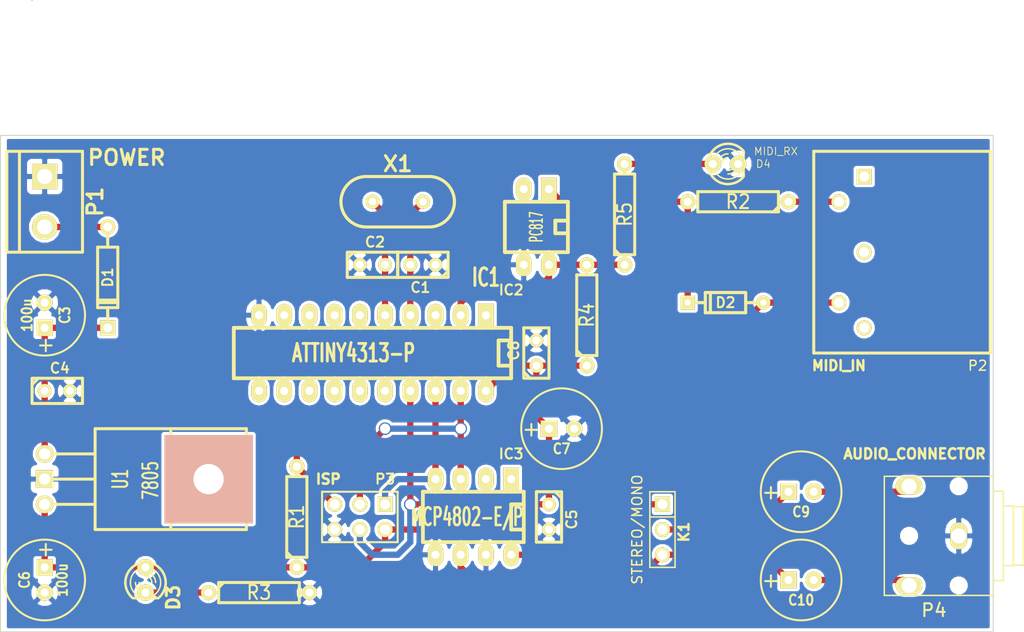
<source format=kicad_pcb>
(kicad_pcb (version 3) (host pcbnew "(2013-05-01 BZR 4015)-stable")

  (general
    (links 59)
    (no_connects 0)
    (area 62.809999 17.7775 169.353133 81.470001)
    (thickness 1.6)
    (drawings 6)
    (tracks 96)
    (zones 0)
    (modules 29)
    (nets 22)
  )

  (page User 431.8 279.4)
  (title_block 
    (title Synth123)
    (rev 0.02)
    (company "Martin Åberg")
  )

  (layers
    (15 F.Cu signal)
    (0 B.Cu signal)
    (17 F.Adhes user)
    (19 F.Paste user)
    (21 F.SilkS user)
    (23 F.Mask user)
    (28 Edge.Cuts user)
  )

  (setup
    (last_trace_width 0.635)
    (trace_clearance 0.3048)
    (zone_clearance 0.3048)
    (zone_45_only no)
    (trace_min 0.3048)
    (segment_width 0.2)
    (edge_width 0.1)
    (via_size 1.27)
    (via_drill 1.016)
    (via_min_size 1.27)
    (via_min_drill 1.016)
    (uvia_size 1.27)
    (uvia_drill 1.016)
    (uvias_allowed no)
    (uvia_min_size 1.27)
    (uvia_min_drill 1.016)
    (pcb_text_width 0.3)
    (pcb_text_size 1.5 1.5)
    (mod_edge_width 0.15)
    (mod_text_size 1 1)
    (mod_text_width 0.15)
    (pad_size 2.7 1.7)
    (pad_drill 1.5)
    (pad_to_mask_clearance 0)
    (aux_axis_origin 0 0)
    (visible_elements FFFFFFBF)
    (pcbplotparams
      (layerselection 2129921)
      (usegerberextensions true)
      (excludeedgelayer true)
      (linewidth 152400)
      (plotframeref false)
      (viasonmask false)
      (mode 1)
      (useauxorigin false)
      (hpglpennumber 1)
      (hpglpenspeed 20)
      (hpglpendiameter 15)
      (hpglpenoverlay 2)
      (psnegative false)
      (psa4output false)
      (plotreference true)
      (plotvalue true)
      (plotothertext true)
      (plotinvisibletext false)
      (padsonsilk false)
      (subtractmaskfromsilk false)
      (outputformat 1)
      (mirror false)
      (drillshape 0)
      (scaleselection 1)
      (outputdirectory ""))
  )

  (net 0 "")
  (net 1 //RESET)
  (net 2 GND)
  (net 3 N-000001)
  (net 4 N-0000010)
  (net 5 N-0000013)
  (net 6 N-0000014)
  (net 7 N-0000015)
  (net 8 N-0000016)
  (net 9 N-0000017)
  (net 10 N-0000018)
  (net 11 N-0000019)
  (net 12 N-000002)
  (net 13 N-0000020)
  (net 14 N-0000021)
  (net 15 N-0000022)
  (net 16 N-0000023)
  (net 17 N-0000024)
  (net 18 N-0000025)
  (net 19 N-000005)
  (net 20 N-000008)
  (net 21 VCC)

  (net_class Default "This is the default net class."
    (clearance 0.3048)
    (trace_width 0.635)
    (via_dia 1.27)
    (via_drill 1.016)
    (uvia_dia 1.27)
    (uvia_drill 1.016)
    (add_net "")
    (add_net //RESET)
    (add_net GND)
    (add_net N-000001)
    (add_net N-0000010)
    (add_net N-0000013)
    (add_net N-0000014)
    (add_net N-0000015)
    (add_net N-0000016)
    (add_net N-0000017)
    (add_net N-0000018)
    (add_net N-0000019)
    (add_net N-000002)
    (add_net N-0000020)
    (add_net N-0000021)
    (add_net N-0000022)
    (add_net N-0000023)
    (add_net N-0000024)
    (add_net N-0000025)
    (add_net N-000005)
    (add_net N-000008)
    (add_net VCC)
  )

  (module R4   placed (layer F.Cu) (tedit 200000) (tstamp 51974AB4)
    (at 88.9 77.47)
    (descr "Resitance 4 pas")
    (tags R)
    (path /516C8A8F)
    (autoplace_cost180 10)
    (fp_text reference R3 (at 0 0) (layer F.SilkS)
      (effects (font (size 1.397 1.27) (thickness 0.2032)))
    )
    (fp_text value 220 (at 0 0) (layer F.SilkS) hide
      (effects (font (size 1.397 1.27) (thickness 0.2032)))
    )
    (fp_line (start -5.08 0) (end -4.064 0) (layer F.SilkS) (width 0.3048))
    (fp_line (start -4.064 0) (end -4.064 -1.016) (layer F.SilkS) (width 0.3048))
    (fp_line (start -4.064 -1.016) (end 4.064 -1.016) (layer F.SilkS) (width 0.3048))
    (fp_line (start 4.064 -1.016) (end 4.064 1.016) (layer F.SilkS) (width 0.3048))
    (fp_line (start 4.064 1.016) (end -4.064 1.016) (layer F.SilkS) (width 0.3048))
    (fp_line (start -4.064 1.016) (end -4.064 0) (layer F.SilkS) (width 0.3048))
    (fp_line (start -4.064 -0.508) (end -3.556 -1.016) (layer F.SilkS) (width 0.3048))
    (fp_line (start 5.08 0) (end 4.064 0) (layer F.SilkS) (width 0.3048))
    (pad 1 thru_hole circle (at -5.08 0) (size 1.524 1.524) (drill 0.8128)
      (layers *.Cu *.Mask F.SilkS)
      (net 20 N-000008)
    )
    (pad 2 thru_hole circle (at 5.08 0) (size 1.524 1.524) (drill 0.8128)
      (layers *.Cu *.Mask F.SilkS)
      (net 2 GND)
    )
    (model discret/resistor.wrl
      (at (xyz 0 0 0))
      (scale (xyz 0.4 0.4 0.4))
      (rotate (xyz 0 0 0))
    )
  )

  (module R4   placed (layer F.Cu) (tedit 200000) (tstamp 51893807)
    (at 137.16 38.1 180)
    (descr "Resitance 4 pas")
    (tags R)
    (path /517182E0)
    (autoplace_cost180 10)
    (fp_text reference R2 (at 0 0 180) (layer F.SilkS)
      (effects (font (size 1.397 1.27) (thickness 0.2032)))
    )
    (fp_text value 220 (at 0 0 180) (layer F.SilkS) hide
      (effects (font (size 1.397 1.27) (thickness 0.2032)))
    )
    (fp_line (start -5.08 0) (end -4.064 0) (layer F.SilkS) (width 0.3048))
    (fp_line (start -4.064 0) (end -4.064 -1.016) (layer F.SilkS) (width 0.3048))
    (fp_line (start -4.064 -1.016) (end 4.064 -1.016) (layer F.SilkS) (width 0.3048))
    (fp_line (start 4.064 -1.016) (end 4.064 1.016) (layer F.SilkS) (width 0.3048))
    (fp_line (start 4.064 1.016) (end -4.064 1.016) (layer F.SilkS) (width 0.3048))
    (fp_line (start -4.064 1.016) (end -4.064 0) (layer F.SilkS) (width 0.3048))
    (fp_line (start -4.064 -0.508) (end -3.556 -1.016) (layer F.SilkS) (width 0.3048))
    (fp_line (start 5.08 0) (end 4.064 0) (layer F.SilkS) (width 0.3048))
    (pad 1 thru_hole circle (at -5.08 0 180) (size 1.524 1.524) (drill 0.8128)
      (layers *.Cu *.Mask F.SilkS)
      (net 19 N-000005)
    )
    (pad 2 thru_hole circle (at 5.08 0 180) (size 1.524 1.524) (drill 0.8128)
      (layers *.Cu *.Mask F.SilkS)
      (net 12 N-000002)
    )
    (model discret/resistor.wrl
      (at (xyz 0 0 0))
      (scale (xyz 0.4 0.4 0.4))
      (rotate (xyz 0 0 0))
    )
  )

  (module R4   placed (layer F.Cu) (tedit 200000) (tstamp 51806F80)
    (at 121.92 49.53 90)
    (descr "Resitance 4 pas")
    (tags R)
    (path /5171AA54)
    (autoplace_cost180 10)
    (fp_text reference R4 (at 0 0 90) (layer F.SilkS)
      (effects (font (size 1.397 1.27) (thickness 0.2032)))
    )
    (fp_text value 220 (at 0 0 90) (layer F.SilkS) hide
      (effects (font (size 1.397 1.27) (thickness 0.2032)))
    )
    (fp_line (start -5.08 0) (end -4.064 0) (layer F.SilkS) (width 0.3048))
    (fp_line (start -4.064 0) (end -4.064 -1.016) (layer F.SilkS) (width 0.3048))
    (fp_line (start -4.064 -1.016) (end 4.064 -1.016) (layer F.SilkS) (width 0.3048))
    (fp_line (start 4.064 -1.016) (end 4.064 1.016) (layer F.SilkS) (width 0.3048))
    (fp_line (start 4.064 1.016) (end -4.064 1.016) (layer F.SilkS) (width 0.3048))
    (fp_line (start -4.064 1.016) (end -4.064 0) (layer F.SilkS) (width 0.3048))
    (fp_line (start -4.064 -0.508) (end -3.556 -1.016) (layer F.SilkS) (width 0.3048))
    (fp_line (start 5.08 0) (end 4.064 0) (layer F.SilkS) (width 0.3048))
    (pad 1 thru_hole circle (at -5.08 0 90) (size 1.524 1.524) (drill 0.8128)
      (layers *.Cu *.Mask F.SilkS)
      (net 21 VCC)
    )
    (pad 2 thru_hole circle (at 5.08 0 90) (size 1.524 1.524) (drill 0.8128)
      (layers *.Cu *.Mask F.SilkS)
      (net 5 N-0000013)
    )
    (model discret/resistor.wrl
      (at (xyz 0 0 0))
      (scale (xyz 0.4 0.4 0.4))
      (rotate (xyz 0 0 0))
    )
  )

  (module R4   placed (layer F.Cu) (tedit 200000) (tstamp 517F09D9)
    (at 92.71 69.85 90)
    (descr "Resitance 4 pas")
    (tags R)
    (path /51735FC6)
    (autoplace_cost180 10)
    (fp_text reference R1 (at 0 0 90) (layer F.SilkS)
      (effects (font (size 1.397 1.27) (thickness 0.2032)))
    )
    (fp_text value 10K (at 0 0 90) (layer F.SilkS) hide
      (effects (font (size 1.397 1.27) (thickness 0.2032)))
    )
    (fp_line (start -5.08 0) (end -4.064 0) (layer F.SilkS) (width 0.3048))
    (fp_line (start -4.064 0) (end -4.064 -1.016) (layer F.SilkS) (width 0.3048))
    (fp_line (start -4.064 -1.016) (end 4.064 -1.016) (layer F.SilkS) (width 0.3048))
    (fp_line (start 4.064 -1.016) (end 4.064 1.016) (layer F.SilkS) (width 0.3048))
    (fp_line (start 4.064 1.016) (end -4.064 1.016) (layer F.SilkS) (width 0.3048))
    (fp_line (start -4.064 1.016) (end -4.064 0) (layer F.SilkS) (width 0.3048))
    (fp_line (start -4.064 -0.508) (end -3.556 -1.016) (layer F.SilkS) (width 0.3048))
    (fp_line (start 5.08 0) (end 4.064 0) (layer F.SilkS) (width 0.3048))
    (pad 1 thru_hole circle (at -5.08 0 90) (size 1.524 1.524) (drill 0.8128)
      (layers *.Cu *.Mask F.SilkS)
      (net 21 VCC)
    )
    (pad 2 thru_hole circle (at 5.08 0 90) (size 1.524 1.524) (drill 0.8128)
      (layers *.Cu *.Mask F.SilkS)
      (net 1 //RESET)
    )
    (model discret/resistor.wrl
      (at (xyz 0 0 0))
      (scale (xyz 0.4 0.4 0.4))
      (rotate (xyz 0 0 0))
    )
  )

  (module pin_array_3x2   placed (layer F.Cu) (tedit 518EB264) (tstamp 51975AE0)
    (at 99.06 69.85 180)
    (descr "Double rangee de contacts 2 x 4 pins")
    (tags CONN)
    (path /5172DA59)
    (fp_text reference P3 (at -2.54 3.81 180) (layer F.SilkS)
      (effects (font (size 1.016 1.016) (thickness 0.2032)))
    )
    (fp_text value ISP (at 3.175 3.81 180) (layer F.SilkS)
      (effects (font (size 1.016 1.016) (thickness 0.254)))
    )
    (fp_line (start 3.81 2.54) (end -3.81 2.54) (layer F.SilkS) (width 0.2032))
    (fp_line (start -3.81 -2.54) (end 3.81 -2.54) (layer F.SilkS) (width 0.2032))
    (fp_line (start 3.81 -2.54) (end 3.81 2.54) (layer F.SilkS) (width 0.2032))
    (fp_line (start -3.81 2.54) (end -3.81 -2.54) (layer F.SilkS) (width 0.2032))
    (pad 1 thru_hole rect (at -2.54 1.27 180) (size 1.524 1.524) (drill 1.016)
      (layers *.Cu *.Mask F.SilkS)
      (net 15 N-0000022)
    )
    (pad 2 thru_hole circle (at -2.54 -1.27 180) (size 1.524 1.524) (drill 1.016)
      (layers *.Cu *.Mask F.SilkS)
      (net 21 VCC)
    )
    (pad 3 thru_hole circle (at 0 1.27 180) (size 1.524 1.524) (drill 1.016)
      (layers *.Cu *.Mask F.SilkS)
      (net 14 N-0000021)
    )
    (pad 4 thru_hole circle (at 0 -1.27 180) (size 1.524 1.524) (drill 1.016)
      (layers *.Cu *.Mask F.SilkS)
      (net 3 N-000001)
    )
    (pad 5 thru_hole circle (at 2.54 1.27 180) (size 1.524 1.524) (drill 1.016)
      (layers *.Cu *.Mask F.SilkS)
      (net 1 //RESET)
    )
    (pad 6 thru_hole circle (at 2.54 -1.27 180) (size 1.524 1.524) (drill 1.016)
      (layers *.Cu *.Mask F.SilkS)
      (net 2 GND)
    )
    (model pin_array/pins_array_3x2.wrl
      (at (xyz 0 0 0))
      (scale (xyz 1 1 1))
      (rotate (xyz 0 0 0))
    )
  )

  (module PIN_ARRAY_3X1   placed (layer F.Cu) (tedit 518EB2E1) (tstamp 517F09BB)
    (at 129.54 71.12 270)
    (descr "Connecteur 3 pins")
    (tags "CONN DEV")
    (path /517EE05B)
    (fp_text reference K1 (at 0.254 -2.159 270) (layer F.SilkS)
      (effects (font (size 1.016 1.016) (thickness 0.254)))
    )
    (fp_text value STEREO/MONO (at 0 2.54 270) (layer F.SilkS)
      (effects (font (size 1.016 1.016) (thickness 0.1524)))
    )
    (fp_line (start -3.81 1.27) (end -3.81 -1.27) (layer F.SilkS) (width 0.1524))
    (fp_line (start -3.81 -1.27) (end 3.81 -1.27) (layer F.SilkS) (width 0.1524))
    (fp_line (start 3.81 -1.27) (end 3.81 1.27) (layer F.SilkS) (width 0.1524))
    (fp_line (start 3.81 1.27) (end -3.81 1.27) (layer F.SilkS) (width 0.1524))
    (fp_line (start -1.27 -1.27) (end -1.27 1.27) (layer F.SilkS) (width 0.1524))
    (pad 1 thru_hole rect (at -2.54 0 270) (size 1.524 1.524) (drill 1.016)
      (layers *.Cu *.Mask F.SilkS)
      (net 4 N-0000010)
    )
    (pad 2 thru_hole circle (at 0 0 270) (size 1.524 1.524) (drill 1.016)
      (layers *.Cu *.Mask F.SilkS)
      (net 7 N-0000015)
    )
    (pad 3 thru_hole circle (at 2.54 0 270) (size 1.524 1.524) (drill 1.016)
      (layers *.Cu *.Mask F.SilkS)
      (net 10 N-0000018)
    )
    (model pin_array/pins_array_3x1.wrl
      (at (xyz 0 0 0))
      (scale (xyz 1 1 1))
      (rotate (xyz 0 0 0))
    )
  )

  (module LED-3MM   placed (layer F.Cu) (tedit 51806734) (tstamp 517F099F)
    (at 77.47 76.2 270)
    (descr "LED 3mm - Lead pitch 100mil (2,54mm)")
    (tags "LED led 3mm 3MM 100mil 2,54mm")
    (path /517EF681)
    (fp_text reference D3 (at 1.778 -2.794 270) (layer F.SilkS)
      (effects (font (size 1.27 1.27) (thickness 0.3048)))
    )
    (fp_text value ON (at 0 2.54 270) (layer F.SilkS) hide
      (effects (font (size 0.762 0.762) (thickness 0.1905)))
    )
    (fp_line (start 1.8288 1.27) (end 1.8288 -1.27) (layer F.SilkS) (width 0.254))
    (fp_arc (start 0.254 0) (end -1.27 0) (angle 39.8) (layer F.SilkS) (width 0.1524))
    (fp_arc (start 0.254 0) (end -0.88392 1.01092) (angle 41.6) (layer F.SilkS) (width 0.1524))
    (fp_arc (start 0.254 0) (end 1.4097 -0.9906) (angle 40.6) (layer F.SilkS) (width 0.1524))
    (fp_arc (start 0.254 0) (end 1.778 0) (angle 39.8) (layer F.SilkS) (width 0.1524))
    (fp_arc (start 0.254 0) (end 0.254 -1.524) (angle 54.4) (layer F.SilkS) (width 0.1524))
    (fp_arc (start 0.254 0) (end -0.9652 -0.9144) (angle 53.1) (layer F.SilkS) (width 0.1524))
    (fp_arc (start 0.254 0) (end 1.45542 0.93472) (angle 52.1) (layer F.SilkS) (width 0.1524))
    (fp_arc (start 0.254 0) (end 0.254 1.524) (angle 52.1) (layer F.SilkS) (width 0.1524))
    (fp_arc (start 0.254 0) (end -0.381 0) (angle 90) (layer F.SilkS) (width 0.1524))
    (fp_arc (start 0.254 0) (end -0.762 0) (angle 90) (layer F.SilkS) (width 0.1524))
    (fp_arc (start 0.254 0) (end 0.889 0) (angle 90) (layer F.SilkS) (width 0.1524))
    (fp_arc (start 0.254 0) (end 1.27 0) (angle 90) (layer F.SilkS) (width 0.1524))
    (fp_arc (start 0.254 0) (end 0.254 -2.032) (angle 50.1) (layer F.SilkS) (width 0.254))
    (fp_arc (start 0.254 0) (end -1.5367 -0.95504) (angle 61.9) (layer F.SilkS) (width 0.254))
    (fp_arc (start 0.254 0) (end 1.8034 1.31064) (angle 49.7) (layer F.SilkS) (width 0.254))
    (fp_arc (start 0.254 0) (end 0.254 2.032) (angle 60.2) (layer F.SilkS) (width 0.254))
    (fp_arc (start 0.254 0) (end -1.778 0) (angle 28.3) (layer F.SilkS) (width 0.254))
    (fp_arc (start 0.254 0) (end -1.47574 1.06426) (angle 31.6) (layer F.SilkS) (width 0.254))
    (pad 1 thru_hole circle (at -1.27 0 270) (size 1.6764 1.6764) (drill 0.8128)
      (layers *.Cu *.Mask F.SilkS)
      (net 21 VCC)
    )
    (pad 2 thru_hole circle (at 1.27 0 270) (size 1.6764 1.6764) (drill 0.8128)
      (layers *.Cu *.Mask F.SilkS)
      (net 20 N-000008)
    )
    (model discret/leds/led3_vertical_verde.wrl
      (at (xyz 0 0 0))
      (scale (xyz 1 1 1))
      (rotate (xyz 0 0 0))
    )
  )

  (module HC-49V   placed (layer F.Cu) (tedit 518062C1) (tstamp 517F0985)
    (at 102.87 38.1)
    (descr "Quartz boitier HC-49 Vertical")
    (tags "QUARTZ DEV")
    (path /5172A66F)
    (autoplace_cost180 10)
    (fp_text reference X1 (at 0 -3.81) (layer F.SilkS)
      (effects (font (size 1.524 1.524) (thickness 0.3048)))
    )
    (fp_text value 20MHz (at 0 3.81) (layer F.SilkS) hide
      (effects (font (size 1.524 1.524) (thickness 0.3048)))
    )
    (fp_line (start -3.175 2.54) (end 3.175 2.54) (layer F.SilkS) (width 0.3175))
    (fp_line (start -3.175 -2.54) (end 3.175 -2.54) (layer F.SilkS) (width 0.3175))
    (fp_arc (start 3.175 0) (end 3.175 -2.54) (angle 90) (layer F.SilkS) (width 0.3175))
    (fp_arc (start 3.175 0) (end 5.715 0) (angle 90) (layer F.SilkS) (width 0.3175))
    (fp_arc (start -3.175 0) (end -5.715 0) (angle 90) (layer F.SilkS) (width 0.3175))
    (fp_arc (start -3.175 0) (end -3.175 2.54) (angle 90) (layer F.SilkS) (width 0.3175))
    (pad 1 thru_hole circle (at -2.54 0) (size 1.4224 1.4224) (drill 0.762)
      (layers *.Cu *.Mask F.SilkS)
      (net 16 N-0000023)
    )
    (pad 2 thru_hole circle (at 2.54 0) (size 1.4224 1.4224) (drill 0.762)
      (layers *.Cu *.Mask F.SilkS)
      (net 17 N-0000024)
    )
    (model discret/xtal/crystal_hc18u_vertical.wrl
      (at (xyz 0 0 0))
      (scale (xyz 1 1 0.2))
      (rotate (xyz 0 0 0))
    )
  )

  (module DO-41   placed (layer F.Cu) (tedit 4C5F69ED) (tstamp 51803E44)
    (at 73.66 45.72 270)
    (descr "Diode 3 pas")
    (tags "DIODE DEV")
    (path /516C846B)
    (fp_text reference D1 (at 0 0 270) (layer F.SilkS)
      (effects (font (size 1.016 1.016) (thickness 0.2032)))
    )
    (fp_text value 1N4001 (at 0 0 270) (layer F.SilkS) hide
      (effects (font (size 1.016 1.016) (thickness 0.2032)))
    )
    (fp_line (start -3.81 0) (end -5.08 0) (layer F.SilkS) (width 0.3175))
    (fp_line (start 3.81 0) (end 5.08 0) (layer F.SilkS) (width 0.3175))
    (fp_line (start 3.81 0) (end 3.048 0) (layer F.SilkS) (width 0.3175))
    (fp_line (start 3.048 0) (end 3.048 -1.016) (layer F.SilkS) (width 0.3048))
    (fp_line (start 3.048 -1.016) (end -3.048 -1.016) (layer F.SilkS) (width 0.3048))
    (fp_line (start -3.048 -1.016) (end -3.048 0) (layer F.SilkS) (width 0.3048))
    (fp_line (start -3.048 0) (end -3.81 0) (layer F.SilkS) (width 0.3048))
    (fp_line (start -3.048 0) (end -3.048 1.016) (layer F.SilkS) (width 0.3048))
    (fp_line (start -3.048 1.016) (end 3.048 1.016) (layer F.SilkS) (width 0.3048))
    (fp_line (start 3.048 1.016) (end 3.048 0) (layer F.SilkS) (width 0.3048))
    (fp_line (start 2.54 -1.016) (end 2.54 1.016) (layer F.SilkS) (width 0.3048))
    (fp_line (start 2.286 1.016) (end 2.286 -1.016) (layer F.SilkS) (width 0.3048))
    (pad 2 thru_hole rect (at 5.08 0 270) (size 1.524 1.524) (drill 0.889)
      (layers *.Cu *.Mask F.SilkS)
      (net 8 N-0000016)
    )
    (pad 1 thru_hole circle (at -5.08 0 270) (size 1.524 1.524) (drill 0.889)
      (layers *.Cu *.Mask F.SilkS)
      (net 9 N-0000017)
    )
  )

  (module DO-35   placed (layer F.Cu) (tedit 4C5F69DC) (tstamp 51974DB2)
    (at 135.89 48.26 180)
    (descr "Diode 3 pas")
    (tags "DIODE DEV")
    (path /517182A1)
    (fp_text reference D2 (at 0 0 180) (layer F.SilkS)
      (effects (font (size 1.016 1.016) (thickness 0.2032)))
    )
    (fp_text value 1N4148 (at 0 0 180) (layer F.SilkS) hide
      (effects (font (size 1.016 1.016) (thickness 0.2032)))
    )
    (fp_line (start 2.032 0) (end 3.81 0) (layer F.SilkS) (width 0.3175))
    (fp_line (start -2.032 0) (end -3.81 0) (layer F.SilkS) (width 0.3175))
    (fp_line (start 1.524 -1.016) (end 1.524 1.016) (layer F.SilkS) (width 0.3175))
    (fp_line (start -2.032 -1.016) (end -2.032 1.016) (layer F.SilkS) (width 0.3175))
    (fp_line (start -2.032 1.016) (end 2.032 1.016) (layer F.SilkS) (width 0.3175))
    (fp_line (start 2.032 1.016) (end 2.032 -1.016) (layer F.SilkS) (width 0.3175))
    (fp_line (start 2.032 -1.016) (end -2.032 -1.016) (layer F.SilkS) (width 0.3175))
    (pad 2 thru_hole rect (at 3.81 0 180) (size 1.4224 1.4224) (drill 0.6096)
      (layers *.Cu *.Mask F.SilkS)
      (net 12 N-000002)
    )
    (pad 1 thru_hole circle (at -3.81 0 180) (size 1.4224 1.4224) (drill 0.6096)
      (layers *.Cu *.Mask F.SilkS)
      (net 18 N-0000025)
    )
    (model discret/diode.wrl
      (at (xyz 0 0 0))
      (scale (xyz 0.3 0.3 0.3))
      (rotate (xyz 0 0 0))
    )
  )

  (module DIP-8__300_ELL   placed (layer F.Cu) (tedit 518EB222) (tstamp 517F0957)
    (at 110.49 69.85 180)
    (descr "8 pins DIL package, elliptical pads")
    (tags DIL)
    (path /517EFF09)
    (fp_text reference IC3 (at -3.81 6.35 180) (layer F.SilkS)
      (effects (font (size 1.016 1.016) (thickness 0.2032)))
    )
    (fp_text value MCP4802-E/P (at 0.635 0 180) (layer F.SilkS)
      (effects (font (size 1.778 1.016) (thickness 0.254)))
    )
    (fp_line (start -5.08 -1.27) (end -3.81 -1.27) (layer F.SilkS) (width 0.381))
    (fp_line (start -3.81 -1.27) (end -3.81 1.27) (layer F.SilkS) (width 0.381))
    (fp_line (start -3.81 1.27) (end -5.08 1.27) (layer F.SilkS) (width 0.381))
    (fp_line (start -5.08 -2.54) (end 5.08 -2.54) (layer F.SilkS) (width 0.381))
    (fp_line (start 5.08 -2.54) (end 5.08 2.54) (layer F.SilkS) (width 0.381))
    (fp_line (start 5.08 2.54) (end -5.08 2.54) (layer F.SilkS) (width 0.381))
    (fp_line (start -5.08 2.54) (end -5.08 -2.54) (layer F.SilkS) (width 0.381))
    (pad 1 thru_hole rect (at -3.81 3.81 180) (size 1.5748 2.286) (drill 0.8128)
      (layers *.Cu *.Mask F.SilkS)
      (net 21 VCC)
    )
    (pad 2 thru_hole oval (at -1.27 3.81 180) (size 1.5748 2.286) (drill 0.8128)
      (layers *.Cu *.Mask F.SilkS)
      (net 3 N-000001)
    )
    (pad 3 thru_hole oval (at 1.27 3.81 180) (size 1.5748 2.286) (drill 0.8128)
      (layers *.Cu *.Mask F.SilkS)
      (net 14 N-0000021)
    )
    (pad 4 thru_hole oval (at 3.81 3.81 180) (size 1.5748 2.286) (drill 0.8128)
      (layers *.Cu *.Mask F.SilkS)
      (net 15 N-0000022)
    )
    (pad 5 thru_hole oval (at 3.81 -3.81 180) (size 1.5748 2.286) (drill 0.8128)
      (layers *.Cu *.Mask F.SilkS)
      (net 2 GND)
    )
    (pad 6 thru_hole oval (at 1.27 -3.81 180) (size 1.5748 2.286) (drill 0.8128)
      (layers *.Cu *.Mask F.SilkS)
      (net 10 N-0000018)
    )
    (pad 7 thru_hole oval (at -1.27 -3.81 180) (size 1.5748 2.286) (drill 0.8128)
      (layers *.Cu *.Mask F.SilkS)
      (net 2 GND)
    )
    (pad 8 thru_hole oval (at -3.81 -3.81 180) (size 1.5748 2.286) (drill 0.8128)
      (layers *.Cu *.Mask F.SilkS)
      (net 4 N-0000010)
    )
    (model dil/dil_8.wrl
      (at (xyz 0 0 0))
      (scale (xyz 1 1 1))
      (rotate (xyz 0 0 0))
    )
  )

  (module DIP-4__300_ELL   placed (layer F.Cu) (tedit 518EB23B) (tstamp 51881FEB)
    (at 116.84 40.64 180)
    (descr "4 pins DIL package, elliptical pads")
    (tags DIL)
    (path /5174921F)
    (fp_text reference IC2 (at 2.54 -6.35 180) (layer F.SilkS)
      (effects (font (size 1.016 1.016) (thickness 0.2032)))
    )
    (fp_text value PC817 (at 0 0 270) (layer F.SilkS)
      (effects (font (size 1.27 0.635) (thickness 0.1524)))
    )
    (fp_line (start -3.175 -2.54) (end 3.175 -2.54) (layer F.SilkS) (width 0.381))
    (fp_line (start 3.175 -2.54) (end 3.175 2.54) (layer F.SilkS) (width 0.381))
    (fp_line (start 3.175 2.54) (end -3.175 2.54) (layer F.SilkS) (width 0.381))
    (fp_line (start -3.175 2.54) (end -3.175 -2.54) (layer F.SilkS) (width 0.381))
    (fp_line (start -3.175 -0.635) (end -1.905 -0.635) (layer F.SilkS) (width 0.381))
    (fp_line (start -1.905 -0.635) (end -1.905 0.635) (layer F.SilkS) (width 0.381))
    (fp_line (start -1.905 0.635) (end -3.175 0.635) (layer F.SilkS) (width 0.381))
    (pad 1 thru_hole rect (at -1.27 3.81 180) (size 1.5748 2.286) (drill 0.8128)
      (layers *.Cu *.Mask F.SilkS)
      (net 12 N-000002)
    )
    (pad 2 thru_hole oval (at 1.27 3.81 180) (size 1.5748 2.286) (drill 0.8128)
      (layers *.Cu *.Mask F.SilkS)
      (net 18 N-0000025)
    )
    (pad 3 thru_hole oval (at 1.27 -3.81 180) (size 1.5748 2.286) (drill 0.8128)
      (layers *.Cu *.Mask F.SilkS)
      (net 2 GND)
    )
    (pad 4 thru_hole oval (at -1.27 -3.81 180) (size 1.5748 2.286) (drill 0.8128)
      (layers *.Cu *.Mask F.SilkS)
      (net 5 N-0000013)
    )
  )

  (module C1V8   placed (layer F.Cu) (tedit 518066B0) (tstamp 517F0913)
    (at 119.38 60.96)
    (path /5172B7F3)
    (fp_text reference C7 (at 0 2.032) (layer F.SilkS)
      (effects (font (size 1.016 0.889) (thickness 0.2032)))
    )
    (fp_text value 10u (at 0 -1.77546) (layer F.SilkS) hide
      (effects (font (size 1.016 0.889) (thickness 0.2032)))
    )
    (fp_text user + (at -3.04546 0) (layer F.SilkS)
      (effects (font (size 1.524 1.524) (thickness 0.2032)))
    )
    (fp_circle (center 0 0) (end 4.064 0) (layer F.SilkS) (width 0.2032))
    (pad 1 thru_hole rect (at -1.27 0) (size 1.651 1.651) (drill 0.8128)
      (layers *.Cu *.Mask F.SilkS)
      (net 21 VCC)
    )
    (pad 2 thru_hole circle (at 1.27 0) (size 1.651 1.651) (drill 0.8128)
      (layers *.Cu *.Mask F.SilkS)
      (net 2 GND)
    )
    (model discret/c_vert_c1v8.wrl
      (at (xyz 0 0 0))
      (scale (xyz 1 1 1))
      (rotate (xyz 0 0 0))
    )
  )

  (module C1V8   placed (layer F.Cu) (tedit 3DD3A719) (tstamp 51806E8D)
    (at 67.31 49.53 90)
    (path /51735B86)
    (fp_text reference C3 (at 0 2.032 90) (layer F.SilkS)
      (effects (font (size 1.016 0.889) (thickness 0.2032)))
    )
    (fp_text value 100u (at 0 -1.77546 90) (layer F.SilkS)
      (effects (font (size 1.016 0.889) (thickness 0.2032)))
    )
    (fp_text user + (at -3.04546 0 90) (layer F.SilkS)
      (effects (font (size 1.524 1.524) (thickness 0.2032)))
    )
    (fp_circle (center 0 0) (end 4.064 0) (layer F.SilkS) (width 0.2032))
    (pad 1 thru_hole rect (at -1.27 0 90) (size 1.651 1.651) (drill 0.8128)
      (layers *.Cu *.Mask F.SilkS)
      (net 8 N-0000016)
    )
    (pad 2 thru_hole circle (at 1.27 0 90) (size 1.651 1.651) (drill 0.8128)
      (layers *.Cu *.Mask F.SilkS)
      (net 2 GND)
    )
    (model discret/c_vert_c1v8.wrl
      (at (xyz 0 0 0))
      (scale (xyz 1 1 1))
      (rotate (xyz 0 0 0))
    )
  )

  (module C1V8   placed (layer F.Cu) (tedit 518066C7) (tstamp 517F0901)
    (at 143.51 67.31)
    (path /5175CA5A)
    (fp_text reference C9 (at 0 2.032) (layer F.SilkS)
      (effects (font (size 1.016 0.889) (thickness 0.2032)))
    )
    (fp_text value 10u (at 0 -1.77546) (layer F.SilkS) hide
      (effects (font (size 1.016 0.889) (thickness 0.2032)))
    )
    (fp_text user + (at -3.04546 0) (layer F.SilkS)
      (effects (font (size 1.524 1.524) (thickness 0.2032)))
    )
    (fp_circle (center 0 0) (end 4.064 0) (layer F.SilkS) (width 0.2032))
    (pad 1 thru_hole rect (at -1.27 0) (size 1.651 1.651) (drill 0.8128)
      (layers *.Cu *.Mask F.SilkS)
      (net 7 N-0000015)
    )
    (pad 2 thru_hole circle (at 1.27 0) (size 1.651 1.651) (drill 0.8128)
      (layers *.Cu *.Mask F.SilkS)
      (net 11 N-0000019)
    )
    (model discret/c_vert_c1v8.wrl
      (at (xyz 0 0 0))
      (scale (xyz 1 1 1))
      (rotate (xyz 0 0 0))
    )
  )

  (module C1V8   placed (layer F.Cu) (tedit 518066BC) (tstamp 51893345)
    (at 143.51 76.2)
    (path /5175CA69)
    (fp_text reference C10 (at 0 2.032) (layer F.SilkS)
      (effects (font (size 1.016 0.889) (thickness 0.2032)))
    )
    (fp_text value 10u (at 0 -1.77546) (layer F.SilkS) hide
      (effects (font (size 1.016 0.889) (thickness 0.2032)))
    )
    (fp_text user + (at -3.04546 0) (layer F.SilkS)
      (effects (font (size 1.524 1.524) (thickness 0.2032)))
    )
    (fp_circle (center 0 0) (end 4.064 0) (layer F.SilkS) (width 0.2032))
    (pad 1 thru_hole rect (at -1.27 0) (size 1.651 1.651) (drill 0.8128)
      (layers *.Cu *.Mask F.SilkS)
      (net 10 N-0000018)
    )
    (pad 2 thru_hole circle (at 1.27 0) (size 1.651 1.651) (drill 0.8128)
      (layers *.Cu *.Mask F.SilkS)
      (net 13 N-0000020)
    )
    (model discret/c_vert_c1v8.wrl
      (at (xyz 0 0 0))
      (scale (xyz 1 1 1))
      (rotate (xyz 0 0 0))
    )
  )

  (module C1V8   placed (layer F.Cu) (tedit 3DD3A719) (tstamp 518EAA80)
    (at 67.31 76.2 270)
    (path /516C8A76)
    (fp_text reference C6 (at 0 2.032 270) (layer F.SilkS)
      (effects (font (size 1.016 0.889) (thickness 0.2032)))
    )
    (fp_text value 100u (at 0 -1.77546 270) (layer F.SilkS)
      (effects (font (size 1.016 0.889) (thickness 0.2032)))
    )
    (fp_text user + (at -3.04546 0 270) (layer F.SilkS)
      (effects (font (size 1.524 1.524) (thickness 0.2032)))
    )
    (fp_circle (center 0 0) (end 4.064 0) (layer F.SilkS) (width 0.2032))
    (pad 1 thru_hole rect (at -1.27 0 270) (size 1.651 1.651) (drill 0.8128)
      (layers *.Cu *.Mask F.SilkS)
      (net 21 VCC)
    )
    (pad 2 thru_hole circle (at 1.27 0 270) (size 1.651 1.651) (drill 0.8128)
      (layers *.Cu *.Mask F.SilkS)
      (net 2 GND)
    )
    (model discret/c_vert_c1v8.wrl
      (at (xyz 0 0 0))
      (scale (xyz 1 1 1))
      (rotate (xyz 0 0 0))
    )
  )

  (module C1   placed (layer F.Cu) (tedit 3F92C496) (tstamp 517F08E6)
    (at 116.84 53.34 90)
    (descr "Condensateur e = 1 pas")
    (tags C)
    (path /5172B63B)
    (fp_text reference C8 (at 0.254 -2.286 90) (layer F.SilkS)
      (effects (font (size 1.016 1.016) (thickness 0.2032)))
    )
    (fp_text value 100n (at 0 -2.286 90) (layer F.SilkS) hide
      (effects (font (size 1.016 1.016) (thickness 0.2032)))
    )
    (fp_line (start -2.4892 -1.27) (end 2.54 -1.27) (layer F.SilkS) (width 0.3048))
    (fp_line (start 2.54 -1.27) (end 2.54 1.27) (layer F.SilkS) (width 0.3048))
    (fp_line (start 2.54 1.27) (end -2.54 1.27) (layer F.SilkS) (width 0.3048))
    (fp_line (start -2.54 1.27) (end -2.54 -1.27) (layer F.SilkS) (width 0.3048))
    (fp_line (start -2.54 -0.635) (end -1.905 -1.27) (layer F.SilkS) (width 0.3048))
    (pad 1 thru_hole circle (at -1.27 0 90) (size 1.397 1.397) (drill 0.8128)
      (layers *.Cu *.Mask F.SilkS)
      (net 21 VCC)
    )
    (pad 2 thru_hole circle (at 1.27 0 90) (size 1.397 1.397) (drill 0.8128)
      (layers *.Cu *.Mask F.SilkS)
      (net 2 GND)
    )
    (model discret/capa_1_pas.wrl
      (at (xyz 0 0 0))
      (scale (xyz 1 1 1))
      (rotate (xyz 0 0 0))
    )
  )

  (module C1   placed (layer F.Cu) (tedit 3F92C496) (tstamp 51975ABD)
    (at 118.11 69.85 270)
    (descr "Condensateur e = 1 pas")
    (tags C)
    (path /5172FAE7)
    (fp_text reference C5 (at 0.254 -2.286 270) (layer F.SilkS)
      (effects (font (size 1.016 1.016) (thickness 0.2032)))
    )
    (fp_text value 100n (at 0 -2.286 270) (layer F.SilkS) hide
      (effects (font (size 1.016 1.016) (thickness 0.2032)))
    )
    (fp_line (start -2.4892 -1.27) (end 2.54 -1.27) (layer F.SilkS) (width 0.3048))
    (fp_line (start 2.54 -1.27) (end 2.54 1.27) (layer F.SilkS) (width 0.3048))
    (fp_line (start 2.54 1.27) (end -2.54 1.27) (layer F.SilkS) (width 0.3048))
    (fp_line (start -2.54 1.27) (end -2.54 -1.27) (layer F.SilkS) (width 0.3048))
    (fp_line (start -2.54 -0.635) (end -1.905 -1.27) (layer F.SilkS) (width 0.3048))
    (pad 1 thru_hole circle (at -1.27 0 270) (size 1.397 1.397) (drill 0.8128)
      (layers *.Cu *.Mask F.SilkS)
      (net 21 VCC)
    )
    (pad 2 thru_hole circle (at 1.27 0 270) (size 1.397 1.397) (drill 0.8128)
      (layers *.Cu *.Mask F.SilkS)
      (net 2 GND)
    )
    (model discret/capa_1_pas.wrl
      (at (xyz 0 0 0))
      (scale (xyz 1 1 1))
      (rotate (xyz 0 0 0))
    )
  )

  (module C1   placed (layer F.Cu) (tedit 3F92C496) (tstamp 517F08CE)
    (at 68.58 57.15)
    (descr "Condensateur e = 1 pas")
    (tags C)
    (path /517357E4)
    (fp_text reference C4 (at 0.254 -2.286) (layer F.SilkS)
      (effects (font (size 1.016 1.016) (thickness 0.2032)))
    )
    (fp_text value 330n (at 0 -2.286) (layer F.SilkS) hide
      (effects (font (size 1.016 1.016) (thickness 0.2032)))
    )
    (fp_line (start -2.4892 -1.27) (end 2.54 -1.27) (layer F.SilkS) (width 0.3048))
    (fp_line (start 2.54 -1.27) (end 2.54 1.27) (layer F.SilkS) (width 0.3048))
    (fp_line (start 2.54 1.27) (end -2.54 1.27) (layer F.SilkS) (width 0.3048))
    (fp_line (start -2.54 1.27) (end -2.54 -1.27) (layer F.SilkS) (width 0.3048))
    (fp_line (start -2.54 -0.635) (end -1.905 -1.27) (layer F.SilkS) (width 0.3048))
    (pad 1 thru_hole circle (at -1.27 0) (size 1.397 1.397) (drill 0.8128)
      (layers *.Cu *.Mask F.SilkS)
      (net 8 N-0000016)
    )
    (pad 2 thru_hole circle (at 1.27 0) (size 1.397 1.397) (drill 0.8128)
      (layers *.Cu *.Mask F.SilkS)
      (net 2 GND)
    )
    (model discret/capa_1_pas.wrl
      (at (xyz 0 0 0))
      (scale (xyz 1 1 1))
      (rotate (xyz 0 0 0))
    )
  )

  (module C1   placed (layer F.Cu) (tedit 3F92C496) (tstamp 517F08C2)
    (at 100.33 44.45)
    (descr "Condensateur e = 1 pas")
    (tags C)
    (path /5172A947)
    (fp_text reference C2 (at 0.254 -2.286) (layer F.SilkS)
      (effects (font (size 1.016 1.016) (thickness 0.2032)))
    )
    (fp_text value 22p (at 0 -2.286) (layer F.SilkS) hide
      (effects (font (size 1.016 1.016) (thickness 0.2032)))
    )
    (fp_line (start -2.4892 -1.27) (end 2.54 -1.27) (layer F.SilkS) (width 0.3048))
    (fp_line (start 2.54 -1.27) (end 2.54 1.27) (layer F.SilkS) (width 0.3048))
    (fp_line (start 2.54 1.27) (end -2.54 1.27) (layer F.SilkS) (width 0.3048))
    (fp_line (start -2.54 1.27) (end -2.54 -1.27) (layer F.SilkS) (width 0.3048))
    (fp_line (start -2.54 -0.635) (end -1.905 -1.27) (layer F.SilkS) (width 0.3048))
    (pad 1 thru_hole circle (at -1.27 0) (size 1.397 1.397) (drill 0.8128)
      (layers *.Cu *.Mask F.SilkS)
      (net 2 GND)
    )
    (pad 2 thru_hole circle (at 1.27 0) (size 1.397 1.397) (drill 0.8128)
      (layers *.Cu *.Mask F.SilkS)
      (net 16 N-0000023)
    )
    (model discret/capa_1_pas.wrl
      (at (xyz 0 0 0))
      (scale (xyz 1 1 1))
      (rotate (xyz 0 0 0))
    )
  )

  (module C1   placed (layer F.Cu) (tedit 3F92C496) (tstamp 517F08B6)
    (at 105.41 44.45 180)
    (descr "Condensateur e = 1 pas")
    (tags C)
    (path /5172A931)
    (fp_text reference C1 (at 0.254 -2.286 180) (layer F.SilkS)
      (effects (font (size 1.016 1.016) (thickness 0.2032)))
    )
    (fp_text value 22p (at 0 -2.286 180) (layer F.SilkS) hide
      (effects (font (size 1.016 1.016) (thickness 0.2032)))
    )
    (fp_line (start -2.4892 -1.27) (end 2.54 -1.27) (layer F.SilkS) (width 0.3048))
    (fp_line (start 2.54 -1.27) (end 2.54 1.27) (layer F.SilkS) (width 0.3048))
    (fp_line (start 2.54 1.27) (end -2.54 1.27) (layer F.SilkS) (width 0.3048))
    (fp_line (start -2.54 1.27) (end -2.54 -1.27) (layer F.SilkS) (width 0.3048))
    (fp_line (start -2.54 -0.635) (end -1.905 -1.27) (layer F.SilkS) (width 0.3048))
    (pad 1 thru_hole circle (at -1.27 0 180) (size 1.397 1.397) (drill 0.8128)
      (layers *.Cu *.Mask F.SilkS)
      (net 2 GND)
    )
    (pad 2 thru_hole circle (at 1.27 0 180) (size 1.397 1.397) (drill 0.8128)
      (layers *.Cu *.Mask F.SilkS)
      (net 17 N-0000024)
    )
    (model discret/capa_1_pas.wrl
      (at (xyz 0 0 0))
      (scale (xyz 1 1 1))
      (rotate (xyz 0 0 0))
    )
  )

  (module bornier2 (layer F.Cu) (tedit 518EB254) (tstamp 5180582A)
    (at 67.31 38.1 270)
    (descr "Bornier d'alimentation 2 pins")
    (tags DEV)
    (path /5172C17B)
    (fp_text reference P1 (at 0 -5.08 270) (layer F.SilkS)
      (effects (font (size 1.524 1.524) (thickness 0.3048)))
    )
    (fp_text value POWER (at -4.445 -8.255 360) (layer F.SilkS)
      (effects (font (size 1.524 1.524) (thickness 0.3048)))
    )
    (fp_line (start 5.08 2.54) (end -5.08 2.54) (layer F.SilkS) (width 0.3048))
    (fp_line (start 5.08 3.81) (end 5.08 -3.81) (layer F.SilkS) (width 0.3048))
    (fp_line (start 5.08 -3.81) (end -5.08 -3.81) (layer F.SilkS) (width 0.3048))
    (fp_line (start -5.08 -3.81) (end -5.08 3.81) (layer F.SilkS) (width 0.3048))
    (fp_line (start -5.08 3.81) (end 5.08 3.81) (layer F.SilkS) (width 0.3048))
    (pad 1 thru_hole rect (at -2.54 0 270) (size 2.54 2.54) (drill 1.524)
      (layers *.Cu *.Mask F.SilkS)
      (net 2 GND)
    )
    (pad 2 thru_hole circle (at 2.54 0 270) (size 2.54 2.54) (drill 1.524)
      (layers *.Cu *.Mask F.SilkS)
      (net 9 N-0000017)
    )
    (model device/bornier_2.wrl
      (at (xyz 0 0 0))
      (scale (xyz 1 1 1))
      (rotate (xyz 0 0 0))
    )
  )

  (module MIDI_CONNECTOR (layer F.Cu) (tedit 51975AD3) (tstamp 518056DC)
    (at 149.86 43.18 270)
    (path /517EDBF4)
    (fp_text reference P2 (at 11.43 -11.43 360) (layer F.SilkS)
      (effects (font (size 1 1) (thickness 0.15)))
    )
    (fp_text value MIDI_IN (at 11.43 2.54 360) (layer F.SilkS)
      (effects (font (size 1 1) (thickness 0.25)))
    )
    (fp_line (start -10.16 5.08) (end 10.16 5.08) (layer F.SilkS) (width 0.3048))
    (fp_line (start 10.16 5.08) (end 10.16 -12.7) (layer F.SilkS) (width 0.3048))
    (fp_line (start 10.16 -12.7) (end -10.16 -12.7) (layer F.SilkS) (width 0.3048))
    (fp_line (start -10.16 -12.7) (end -10.16 5.08) (layer F.SilkS) (width 0.3048))
    (pad 2 thru_hole circle (at 0 0 270) (size 1.524 1.524) (drill 1.016)
      (layers *.Cu *.Mask F.SilkS)
    )
    (pad 3 thru_hole circle (at 7.62 0 270) (size 1.524 1.524) (drill 1.016)
      (layers *.Cu *.Mask F.SilkS)
    )
    (pad 1 thru_hole rect (at -7.62 0 270) (size 1.524 1.524) (drill 1.016)
      (layers *.Cu *.Mask F.SilkS)
    )
    (pad 5 thru_hole circle (at 5.08 2.54 270) (size 1.524 1.524) (drill 1.016)
      (layers *.Cu *.Mask F.SilkS)
      (net 18 N-0000025)
    )
    (pad 4 thru_hole circle (at -5.08 2.54 270) (size 1.524 1.524) (drill 1.016)
      (layers *.Cu *.Mask F.SilkS)
      (net 19 N-000005)
    )
  )

  (module DIP-20__300_ELL (layer F.Cu) (tedit 518EB21F) (tstamp 517F10FD)
    (at 100.33 53.34 180)
    (descr "20 pins DIL package, elliptical pads")
    (tags DIL)
    (path /517EF657)
    (fp_text reference IC1 (at -11.43 7.62 180) (layer F.SilkS)
      (effects (font (size 1.778 1.143) (thickness 0.28575)))
    )
    (fp_text value ATTINY4313-P (at 1.905 0 180) (layer F.SilkS)
      (effects (font (size 1.778 1.143) (thickness 0.28575)))
    )
    (fp_line (start -13.97 -1.27) (end -12.7 -1.27) (layer F.SilkS) (width 0.381))
    (fp_line (start -12.7 -1.27) (end -12.7 1.27) (layer F.SilkS) (width 0.381))
    (fp_line (start -12.7 1.27) (end -13.97 1.27) (layer F.SilkS) (width 0.381))
    (fp_line (start -13.97 -2.54) (end 13.97 -2.54) (layer F.SilkS) (width 0.381))
    (fp_line (start 13.97 -2.54) (end 13.97 2.54) (layer F.SilkS) (width 0.381))
    (fp_line (start 13.97 2.54) (end -13.97 2.54) (layer F.SilkS) (width 0.381))
    (fp_line (start -13.97 2.54) (end -13.97 -2.54) (layer F.SilkS) (width 0.381))
    (pad 1 thru_hole rect (at -11.43 3.81 180) (size 1.5748 2.286) (drill 0.8128)
      (layers *.Cu *.Mask F.SilkS)
      (net 1 //RESET)
    )
    (pad 2 thru_hole oval (at -8.89 3.81 180) (size 1.5748 2.286) (drill 0.8128)
      (layers *.Cu *.Mask F.SilkS)
      (net 5 N-0000013)
    )
    (pad 3 thru_hole oval (at -6.35 3.81 180) (size 1.5748 2.286) (drill 0.8128)
      (layers *.Cu *.Mask F.SilkS)
    )
    (pad 4 thru_hole oval (at -3.81 3.81 180) (size 1.5748 2.286) (drill 0.8128)
      (layers *.Cu *.Mask F.SilkS)
      (net 17 N-0000024)
    )
    (pad 5 thru_hole oval (at -1.27 3.81 180) (size 1.5748 2.286) (drill 0.8128)
      (layers *.Cu *.Mask F.SilkS)
      (net 16 N-0000023)
    )
    (pad 6 thru_hole oval (at 1.27 3.81 180) (size 1.5748 2.286) (drill 0.8128)
      (layers *.Cu *.Mask F.SilkS)
    )
    (pad 7 thru_hole oval (at 3.81 3.81 180) (size 1.5748 2.286) (drill 0.8128)
      (layers *.Cu *.Mask F.SilkS)
    )
    (pad 8 thru_hole oval (at 6.35 3.81 180) (size 1.5748 2.286) (drill 0.8128)
      (layers *.Cu *.Mask F.SilkS)
    )
    (pad 9 thru_hole oval (at 8.89 3.81 180) (size 1.5748 2.286) (drill 0.8128)
      (layers *.Cu *.Mask F.SilkS)
    )
    (pad 10 thru_hole oval (at 11.43 3.81 180) (size 1.5748 2.286) (drill 0.8128)
      (layers *.Cu *.Mask F.SilkS)
      (net 2 GND)
    )
    (pad 11 thru_hole oval (at 11.43 -3.81 180) (size 1.5748 2.286) (drill 0.8128)
      (layers *.Cu *.Mask F.SilkS)
    )
    (pad 12 thru_hole oval (at 8.89 -3.81 180) (size 1.5748 2.286) (drill 0.8128)
      (layers *.Cu *.Mask F.SilkS)
    )
    (pad 13 thru_hole oval (at 6.35 -3.81 180) (size 1.5748 2.286) (drill 0.8128)
      (layers *.Cu *.Mask F.SilkS)
    )
    (pad 14 thru_hole oval (at 3.81 -3.81 180) (size 1.5748 2.286) (drill 0.8128)
      (layers *.Cu *.Mask F.SilkS)
    )
    (pad 15 thru_hole oval (at 1.27 -3.81 180) (size 1.5748 2.286) (drill 0.8128)
      (layers *.Cu *.Mask F.SilkS)
    )
    (pad 16 thru_hole oval (at -1.27 -3.81 180) (size 1.5748 2.286) (drill 0.8128)
      (layers *.Cu *.Mask F.SilkS)
    )
    (pad 17 thru_hole oval (at -3.81 -3.81 180) (size 1.5748 2.286) (drill 0.8128)
      (layers *.Cu *.Mask F.SilkS)
      (net 3 N-000001)
    )
    (pad 18 thru_hole oval (at -6.35 -3.81 180) (size 1.5748 2.286) (drill 0.8128)
      (layers *.Cu *.Mask F.SilkS)
      (net 15 N-0000022)
    )
    (pad 19 thru_hole oval (at -8.89 -3.81 180) (size 1.5748 2.286) (drill 0.8128)
      (layers *.Cu *.Mask F.SilkS)
      (net 14 N-0000021)
    )
    (pad 20 thru_hole oval (at -11.43 -3.81 180) (size 1.5748 2.286) (drill 0.8128)
      (layers *.Cu *.Mask F.SilkS)
      (net 21 VCC)
    )
    (model dil/dil_20.wrl
      (at (xyz 0 0 0))
      (scale (xyz 1 1 1))
      (rotate (xyz 0 0 0))
    )
  )

  (module R4 (layer F.Cu) (tedit 200000) (tstamp 51881FFA)
    (at 125.73 39.37 90)
    (descr "Resitance 4 pas")
    (tags R)
    (path /5186E2CF)
    (autoplace_cost180 10)
    (fp_text reference R5 (at 0 0 90) (layer F.SilkS)
      (effects (font (size 1.397 1.27) (thickness 0.2032)))
    )
    (fp_text value 1K (at 0 0 90) (layer F.SilkS) hide
      (effects (font (size 1.397 1.27) (thickness 0.2032)))
    )
    (fp_line (start -5.08 0) (end -4.064 0) (layer F.SilkS) (width 0.3048))
    (fp_line (start -4.064 0) (end -4.064 -1.016) (layer F.SilkS) (width 0.3048))
    (fp_line (start -4.064 -1.016) (end 4.064 -1.016) (layer F.SilkS) (width 0.3048))
    (fp_line (start 4.064 -1.016) (end 4.064 1.016) (layer F.SilkS) (width 0.3048))
    (fp_line (start 4.064 1.016) (end -4.064 1.016) (layer F.SilkS) (width 0.3048))
    (fp_line (start -4.064 1.016) (end -4.064 0) (layer F.SilkS) (width 0.3048))
    (fp_line (start -4.064 -0.508) (end -3.556 -1.016) (layer F.SilkS) (width 0.3048))
    (fp_line (start 5.08 0) (end 4.064 0) (layer F.SilkS) (width 0.3048))
    (pad 1 thru_hole circle (at -5.08 0 90) (size 1.524 1.524) (drill 0.8128)
      (layers *.Cu *.Mask F.SilkS)
      (net 5 N-0000013)
    )
    (pad 2 thru_hole circle (at 5.08 0 90) (size 1.524 1.524) (drill 0.8128)
      (layers *.Cu *.Mask F.SilkS)
      (net 6 N-0000014)
    )
    (model discret/resistor.wrl
      (at (xyz 0 0 0))
      (scale (xyz 0.4 0.4 0.4))
      (rotate (xyz 0 0 0))
    )
  )

  (module LED-3MM (layer F.Cu) (tedit 519751E0) (tstamp 519759D7)
    (at 135.89 34.29)
    (descr "LED 3mm - Lead pitch 100mil (2,54mm)")
    (tags "LED led 3mm 3MM 100mil 2,54mm")
    (path /5186E5EE)
    (fp_text reference D4 (at 3.81 0) (layer F.SilkS)
      (effects (font (size 0.762 0.762) (thickness 0.0889)))
    )
    (fp_text value MIDI_RX (at 5.08 -1.27) (layer F.SilkS)
      (effects (font (size 0.762 0.762) (thickness 0.0889)))
    )
    (fp_line (start 1.8288 1.27) (end 1.8288 -1.27) (layer F.SilkS) (width 0.254))
    (fp_arc (start 0.254 0) (end -1.27 0) (angle 39.8) (layer F.SilkS) (width 0.1524))
    (fp_arc (start 0.254 0) (end -0.88392 1.01092) (angle 41.6) (layer F.SilkS) (width 0.1524))
    (fp_arc (start 0.254 0) (end 1.4097 -0.9906) (angle 40.6) (layer F.SilkS) (width 0.1524))
    (fp_arc (start 0.254 0) (end 1.778 0) (angle 39.8) (layer F.SilkS) (width 0.1524))
    (fp_arc (start 0.254 0) (end 0.254 -1.524) (angle 54.4) (layer F.SilkS) (width 0.1524))
    (fp_arc (start 0.254 0) (end -0.9652 -0.9144) (angle 53.1) (layer F.SilkS) (width 0.1524))
    (fp_arc (start 0.254 0) (end 1.45542 0.93472) (angle 52.1) (layer F.SilkS) (width 0.1524))
    (fp_arc (start 0.254 0) (end 0.254 1.524) (angle 52.1) (layer F.SilkS) (width 0.1524))
    (fp_arc (start 0.254 0) (end -0.381 0) (angle 90) (layer F.SilkS) (width 0.1524))
    (fp_arc (start 0.254 0) (end -0.762 0) (angle 90) (layer F.SilkS) (width 0.1524))
    (fp_arc (start 0.254 0) (end 0.889 0) (angle 90) (layer F.SilkS) (width 0.1524))
    (fp_arc (start 0.254 0) (end 1.27 0) (angle 90) (layer F.SilkS) (width 0.1524))
    (fp_arc (start 0.254 0) (end 0.254 -2.032) (angle 50.1) (layer F.SilkS) (width 0.254))
    (fp_arc (start 0.254 0) (end -1.5367 -0.95504) (angle 61.9) (layer F.SilkS) (width 0.254))
    (fp_arc (start 0.254 0) (end 1.8034 1.31064) (angle 49.7) (layer F.SilkS) (width 0.254))
    (fp_arc (start 0.254 0) (end 0.254 2.032) (angle 60.2) (layer F.SilkS) (width 0.254))
    (fp_arc (start 0.254 0) (end -1.778 0) (angle 28.3) (layer F.SilkS) (width 0.254))
    (fp_arc (start 0.254 0) (end -1.47574 1.06426) (angle 31.6) (layer F.SilkS) (width 0.254))
    (pad 1 thru_hole circle (at -1.27 0) (size 1.6764 1.6764) (drill 0.8128)
      (layers *.Cu *.Mask F.SilkS)
      (net 6 N-0000014)
    )
    (pad 2 thru_hole circle (at 1.27 0) (size 1.6764 1.6764) (drill 0.8128)
      (layers *.Cu *.Mask F.SilkS)
      (net 2 GND)
    )
    (model discret/leds/led3_vertical_verde.wrl
      (at (xyz 0 0 0))
      (scale (xyz 1 1 1))
      (rotate (xyz 0 0 0))
    )
  )

  (module FC68131 (layer F.Cu) (tedit 51975AF6) (tstamp 51816193)
    (at 159.385 71.755 180)
    (path /518160AE)
    (fp_text reference P4 (at 2.5 -7.5 180) (layer F.SilkS)
      (effects (font (size 1.3 1.3) (thickness 0.2)))
    )
    (fp_text value AUDIO_CONNECTOR (at 4.445 8.255 180) (layer F.SilkS)
      (effects (font (size 1.016 1.016) (thickness 0.254)))
    )
    (fp_line (start -5.5 -2.95) (end -6.5 -2.95) (layer F.SilkS) (width 0.15))
    (fp_line (start -6.5 -2.95) (end -6.5 2.95) (layer F.SilkS) (width 0.15))
    (fp_line (start -6.5 2.95) (end -5.5 2.95) (layer F.SilkS) (width 0.15))
    (fp_line (start -4.5 -3) (end -5.5 -3) (layer F.SilkS) (width 0.15))
    (fp_line (start -5.5 -3) (end -5.5 3) (layer F.SilkS) (width 0.15))
    (fp_line (start -5.5 3) (end -4.5 3) (layer F.SilkS) (width 0.15))
    (fp_line (start -3.5 4.5) (end -4.5 4.5) (layer F.SilkS) (width 0.15))
    (fp_line (start -4.5 4.5) (end -4.5 -4.5) (layer F.SilkS) (width 0.15))
    (fp_line (start -4.5 -4.5) (end -3.5 -4.5) (layer F.SilkS) (width 0.15))
    (fp_line (start -3.5 -6) (end 7.5 -6) (layer F.SilkS) (width 0.15))
    (fp_line (start 7.5 -6) (end 7.5 6) (layer F.SilkS) (width 0.15))
    (fp_line (start 7.5 6) (end -3.5 6) (layer F.SilkS) (width 0.15))
    (fp_line (start -3.5 6) (end -3.5 -6) (layer F.SilkS) (width 0.15))
    (pad 2 thru_hole oval (at 5 5 180) (size 2.7 1.7) (drill 1.5)
      (layers *.Cu *.Mask F.SilkS)
      (net 11 N-0000019)
    )
    (pad 1 thru_hole oval (at 0 0 180) (size 1.7 2.7) (drill 1.5)
      (layers *.Cu *.Mask F.SilkS)
      (net 2 GND)
    )
    (pad 5 thru_hole oval (at 5 -5 180) (size 2.7 1.7) (drill 1.5)
      (layers *.Cu *.Mask F.SilkS)
      (net 13 N-0000020)
    )
    (pad "" np_thru_hole circle (at 5 0 180) (size 1.2 1.2) (drill 1.2)
      (layers *.Cu *.Mask F.SilkS)
    )
    (pad "" np_thru_hole circle (at 0 5 180) (size 1.2 1.2) (drill 1.2)
      (layers *.Cu *.Mask F.SilkS)
    )
    (pad "" np_thru_hole circle (at 0 -5 180) (size 1.2 1.2) (drill 1.2)
      (layers *.Cu *.Mask F.SilkS)
    )
  )

  (module LM78XX (layer F.Cu) (tedit 200000) (tstamp 517F09AE)
    (at 67.31 66.04)
    (descr "Regulateur TO220 serie LM78xx")
    (tags "TR TO220")
    (path /5174A4E1)
    (fp_text reference U1 (at 7.62 0 90) (layer F.SilkS)
      (effects (font (size 1.524 1.016) (thickness 0.2032)))
    )
    (fp_text value 7805 (at 10.668 0.127 90) (layer F.SilkS)
      (effects (font (size 1.524 1.016) (thickness 0.2032)))
    )
    (fp_line (start 0 -2.54) (end 5.08 -2.54) (layer F.SilkS) (width 0.3048))
    (fp_line (start 0 0) (end 5.08 0) (layer F.SilkS) (width 0.3048))
    (fp_line (start 0 2.54) (end 5.08 2.54) (layer F.SilkS) (width 0.3048))
    (fp_line (start 5.08 -3.81) (end 5.08 5.08) (layer F.SilkS) (width 0.3048))
    (fp_line (start 5.08 5.08) (end 20.32 5.08) (layer F.SilkS) (width 0.3048))
    (fp_line (start 20.32 5.08) (end 20.32 -5.08) (layer F.SilkS) (width 0.3048))
    (fp_line (start 5.08 -3.81) (end 5.08 -5.08) (layer F.SilkS) (width 0.3048))
    (fp_line (start 12.7 3.81) (end 12.7 -5.08) (layer F.SilkS) (width 0.3048))
    (fp_line (start 12.7 3.81) (end 12.7 5.08) (layer F.SilkS) (width 0.3048))
    (fp_line (start 5.08 -5.08) (end 20.32 -5.08) (layer F.SilkS) (width 0.3048))
    (pad 4 thru_hole rect (at 16.51 0) (size 8.89 8.89) (drill 3.048)
      (layers *.Cu *.SilkS *.Mask)
    )
    (pad VI thru_hole circle (at 0 -2.54) (size 1.778 1.778) (drill 1.143)
      (layers *.Cu *.Mask F.SilkS)
      (net 8 N-0000016)
    )
    (pad GND thru_hole rect (at 0 0) (size 1.778 1.778) (drill 1.143)
      (layers *.Cu *.Mask F.SilkS)
      (net 2 GND)
    )
    (pad VO thru_hole circle (at 0 2.54) (size 1.778 1.778) (drill 1.143)
      (layers *.Cu *.Mask F.SilkS)
      (net 21 VCC)
    )
    (model discret/to220_horiz.wrl
      (at (xyz 0 0 0))
      (scale (xyz 1 1 1))
      (rotate (xyz 0 0 0))
    )
  )

  (target plus (at 66.04 17.78) (size 0.005) (width 0.1) (layer Edge.Cuts))
  (target plus (at 66.04 17.78) (size 0.005) (width 0.1) (layer Edge.Cuts))
  (gr_line (start 62.86 81.42) (end 62.86 31.42) (angle 90) (layer Edge.Cuts) (width 0.1))
  (gr_line (start 162.86 81.42) (end 62.86 81.42) (angle 90) (layer Edge.Cuts) (width 0.1))
  (gr_line (start 162.86 31.42) (end 162.86 81.42) (angle 90) (layer Edge.Cuts) (width 0.1))
  (gr_line (start 62.86 31.42) (end 162.86 31.42) (angle 90) (layer Edge.Cuts) (width 0.1))

  (segment (start 111.76 49.53) (end 111.76 52.07) (width 0.635) (layer F.Cu) (net 1))
  (segment (start 92.71 60.96) (end 92.71 64.77) (width 0.635) (layer F.Cu) (net 1) (tstamp 5197568F))
  (segment (start 91.44 59.69) (end 92.71 60.96) (width 0.635) (layer F.Cu) (net 1) (tstamp 5197568C))
  (segment (start 87.63 59.69) (end 91.44 59.69) (width 0.635) (layer F.Cu) (net 1) (tstamp 5197568A))
  (segment (start 86.36 58.42) (end 87.63 59.69) (width 0.635) (layer F.Cu) (net 1) (tstamp 51975689))
  (segment (start 86.36 54.61) (end 86.36 58.42) (width 0.635) (layer F.Cu) (net 1) (tstamp 51975685))
  (segment (start 87.63 53.34) (end 86.36 54.61) (width 0.635) (layer F.Cu) (net 1) (tstamp 51975684))
  (segment (start 110.49 53.34) (end 87.63 53.34) (width 0.635) (layer F.Cu) (net 1) (tstamp 51975683))
  (segment (start 111.76 52.07) (end 110.49 53.34) (width 0.635) (layer F.Cu) (net 1) (tstamp 51975682))
  (segment (start 96.52 68.58) (end 92.71 64.77) (width 0.635) (layer F.Cu) (net 1) (status 10))
  (segment (start 99.06 71.12) (end 99.06 72.39) (width 0.635) (layer B.Cu) (net 3) (status 10))
  (via (at 104.14 68.58) (size 1.27) (layers F.Cu B.Cu) (net 3))
  (segment (start 104.14 72.39) (end 104.14 68.58) (width 0.635) (layer B.Cu) (net 3) (tstamp 5197576C))
  (segment (start 102.87 73.66) (end 104.14 72.39) (width 0.635) (layer B.Cu) (net 3) (tstamp 51975764))
  (segment (start 100.33 73.66) (end 102.87 73.66) (width 0.635) (layer B.Cu) (net 3) (tstamp 51975762))
  (segment (start 99.06 72.39) (end 100.33 73.66) (width 0.635) (layer B.Cu) (net 3) (tstamp 5197574A))
  (segment (start 111.76 66.04) (end 111.76 67.31) (width 0.635) (layer F.Cu) (net 3))
  (segment (start 110.49 68.58) (end 104.14 68.58) (width 0.635) (layer F.Cu) (net 3) (tstamp 519753E1))
  (segment (start 111.76 67.31) (end 110.49 68.58) (width 0.635) (layer F.Cu) (net 3) (tstamp 519753DF))
  (segment (start 104.14 57.15) (end 104.14 67.31) (width 0.635) (layer F.Cu) (net 3))
  (segment (start 104.14 67.31) (end 104.14 68.58) (width 0.635) (layer F.Cu) (net 3) (tstamp 519753BF))
  (segment (start 114.3 73.66) (end 120.65 73.66) (width 0.635) (layer F.Cu) (net 4))
  (segment (start 125.73 68.58) (end 129.54 68.58) (width 0.635) (layer F.Cu) (net 4) (tstamp 519757CD))
  (segment (start 120.65 73.66) (end 125.73 68.58) (width 0.635) (layer F.Cu) (net 4) (tstamp 519757C5))
  (segment (start 109.22 49.53) (end 109.22 48.26) (width 0.635) (layer F.Cu) (net 5))
  (segment (start 118.11 45.72) (end 118.11 44.45) (width 0.635) (layer F.Cu) (net 5) (tstamp 5197584A))
  (segment (start 116.84 46.99) (end 118.11 45.72) (width 0.635) (layer F.Cu) (net 5) (tstamp 51975848))
  (segment (start 110.49 46.99) (end 116.84 46.99) (width 0.635) (layer F.Cu) (net 5) (tstamp 51975847))
  (segment (start 109.22 48.26) (end 110.49 46.99) (width 0.635) (layer F.Cu) (net 5) (tstamp 51975841))
  (segment (start 125.73 44.45) (end 121.92 44.45) (width 0.635) (layer F.Cu) (net 5) (status 10))
  (segment (start 121.92 44.45) (end 118.11 44.45) (width 0.635) (layer F.Cu) (net 5) (tstamp 5197582E) (status 10))
  (segment (start 134.62 34.29) (end 125.73 34.29) (width 0.635) (layer F.Cu) (net 6) (status 20))
  (segment (start 129.54 71.12) (end 138.43 71.12) (width 0.635) (layer F.Cu) (net 7))
  (segment (start 138.43 71.12) (end 142.24 67.31) (width 0.635) (layer F.Cu) (net 7) (tstamp 519757D9))
  (segment (start 67.31 50.8) (end 73.66 50.8) (width 0.635) (layer F.Cu) (net 8))
  (segment (start 67.31 57.15) (end 67.31 50.8) (width 0.635) (layer F.Cu) (net 8))
  (segment (start 67.31 63.5) (end 67.31 57.15) (width 0.635) (layer F.Cu) (net 8))
  (segment (start 67.31 40.64) (end 73.66 40.64) (width 0.635) (layer F.Cu) (net 9))
  (segment (start 109.22 73.66) (end 109.22 74.93) (width 0.635) (layer F.Cu) (net 10))
  (segment (start 127 76.2) (end 129.54 73.66) (width 0.635) (layer F.Cu) (net 10) (tstamp 51975815))
  (segment (start 110.49 76.2) (end 127 76.2) (width 0.635) (layer F.Cu) (net 10) (tstamp 51975812))
  (segment (start 109.22 74.93) (end 110.49 76.2) (width 0.635) (layer F.Cu) (net 10) (tstamp 5197580A))
  (segment (start 129.54 73.66) (end 139.7 73.66) (width 0.635) (layer F.Cu) (net 10))
  (segment (start 139.7 73.66) (end 142.24 76.2) (width 0.635) (layer F.Cu) (net 10) (tstamp 519757DF))
  (segment (start 144.78 67.31) (end 153.83 67.31) (width 0.635) (layer F.Cu) (net 11))
  (segment (start 153.83 67.31) (end 154.385 66.755) (width 0.635) (layer F.Cu) (net 11) (tstamp 519757E3))
  (segment (start 119.38 38.1) (end 118.11 36.83) (width 0.635) (layer F.Cu) (net 12) (tstamp 51975872))
  (segment (start 132.08 38.1) (end 119.38 38.1) (width 0.635) (layer F.Cu) (net 12))
  (segment (start 132.08 48.26) (end 132.08 38.1) (width 0.635) (layer F.Cu) (net 12))
  (segment (start 144.78 76.2) (end 153.83 76.2) (width 0.635) (layer F.Cu) (net 13))
  (segment (start 153.83 76.2) (end 154.385 76.755) (width 0.635) (layer F.Cu) (net 13) (tstamp 519757E6))
  (segment (start 99.06 68.58) (end 99.06 63.5) (width 0.635) (layer F.Cu) (net 14) (status 10))
  (via (at 109.22 60.96) (size 1.27) (layers F.Cu B.Cu) (net 14))
  (segment (start 101.6 60.96) (end 109.22 60.96) (width 0.635) (layer B.Cu) (net 14) (tstamp 51975506))
  (via (at 101.6 60.96) (size 1.27) (layers F.Cu B.Cu) (net 14))
  (segment (start 99.06 63.5) (end 101.6 60.96) (width 0.635) (layer F.Cu) (net 14) (tstamp 519754FB))
  (segment (start 109.22 57.15) (end 109.22 60.96) (width 0.635) (layer F.Cu) (net 14))
  (segment (start 109.22 60.96) (end 109.22 66.04) (width 0.635) (layer F.Cu) (net 14) (tstamp 519754D6))
  (segment (start 101.6 68.58) (end 101.6 67.31) (width 0.635) (layer B.Cu) (net 15) (status 10))
  (segment (start 102.87 66.04) (end 106.68 66.04) (width 0.635) (layer B.Cu) (net 15) (tstamp 5197544F))
  (segment (start 101.6 67.31) (end 102.87 66.04) (width 0.635) (layer B.Cu) (net 15) (tstamp 5197544D))
  (segment (start 106.68 57.15) (end 106.68 66.04) (width 0.635) (layer F.Cu) (net 15))
  (segment (start 101.6 49.53) (end 101.6 44.45) (width 0.635) (layer F.Cu) (net 16))
  (segment (start 101.6 44.45) (end 101.6 39.37) (width 0.635) (layer F.Cu) (net 16))
  (segment (start 101.6 39.37) (end 100.33 38.1) (width 0.635) (layer F.Cu) (net 16) (tstamp 51975A32))
  (segment (start 104.14 49.53) (end 104.14 44.45) (width 0.635) (layer F.Cu) (net 17))
  (segment (start 104.14 44.45) (end 104.14 39.37) (width 0.635) (layer F.Cu) (net 17))
  (segment (start 104.14 39.37) (end 105.41 38.1) (width 0.635) (layer F.Cu) (net 17) (tstamp 51975A2F))
  (segment (start 115.57 36.83) (end 115.57 39.37) (width 0.635) (layer F.Cu) (net 18))
  (segment (start 137.16 50.8) (end 139.7 48.26) (width 0.635) (layer F.Cu) (net 18) (tstamp 51975A23))
  (segment (start 130.81 50.8) (end 137.16 50.8) (width 0.635) (layer F.Cu) (net 18) (tstamp 51975A22))
  (segment (start 129.54 49.53) (end 130.81 50.8) (width 0.635) (layer F.Cu) (net 18) (tstamp 51975A21))
  (segment (start 129.54 44.45) (end 129.54 49.53) (width 0.635) (layer F.Cu) (net 18) (tstamp 51975A1F))
  (segment (start 127 41.91) (end 129.54 44.45) (width 0.635) (layer F.Cu) (net 18) (tstamp 51975A1D))
  (segment (start 118.11 41.91) (end 127 41.91) (width 0.635) (layer F.Cu) (net 18) (tstamp 51975A1B))
  (segment (start 115.57 39.37) (end 118.11 41.91) (width 0.635) (layer F.Cu) (net 18) (tstamp 51975A1A))
  (segment (start 147.32 48.26) (end 139.7 48.26) (width 0.635) (layer F.Cu) (net 18) (status 20))
  (segment (start 142.24 38.1) (end 147.32 38.1) (width 0.635) (layer F.Cu) (net 19))
  (segment (start 77.47 77.47) (end 83.82 77.47) (width 0.635) (layer F.Cu) (net 20))
  (segment (start 114.3 66.04) (end 114.3 67.31) (width 0.635) (layer F.Cu) (net 21))
  (segment (start 114.3 67.31) (end 115.57 68.58) (width 0.635) (layer F.Cu) (net 21) (tstamp 51975B84))
  (segment (start 77.47 74.93) (end 92.71 74.93) (width 0.635) (layer F.Cu) (net 21))
  (segment (start 92.71 74.93) (end 99.06 74.93) (width 0.635) (layer F.Cu) (net 21) (tstamp 51975B70))
  (segment (start 101.6 72.39) (end 99.06 74.93) (width 0.635) (layer F.Cu) (net 21) (tstamp 5197570C))
  (segment (start 101.6 71.12) (end 101.6 72.39) (width 0.635) (layer F.Cu) (net 21) (status 10))
  (segment (start 116.84 54.61) (end 121.92 54.61) (width 0.635) (layer F.Cu) (net 21) (status 20))
  (segment (start 77.47 74.93) (end 67.31 74.93) (width 0.635) (layer F.Cu) (net 21) (tstamp 51975716))
  (segment (start 67.31 74.93) (end 67.31 68.58) (width 0.635) (layer F.Cu) (net 21) (tstamp 51975717))
  (segment (start 101.6 71.12) (end 113.03 71.12) (width 0.635) (layer F.Cu) (net 21) (status 10))
  (segment (start 115.57 68.58) (end 113.03 71.12) (width 0.635) (layer F.Cu) (net 21) (tstamp 5197559A))
  (segment (start 115.57 68.58) (end 118.11 68.58) (width 0.635) (layer F.Cu) (net 21) (status 20))
  (segment (start 116.84 54.61) (end 114.3 54.61) (width 0.635) (layer F.Cu) (net 21))
  (segment (start 114.3 54.61) (end 111.76 57.15) (width 0.635) (layer F.Cu) (net 21) (tstamp 519755DC))
  (segment (start 116.84 54.61) (end 116.84 59.69) (width 0.635) (layer F.Cu) (net 21))
  (segment (start 116.84 59.69) (end 118.11 60.96) (width 0.635) (layer F.Cu) (net 21) (tstamp 519755D3))
  (segment (start 118.11 68.58) (end 118.11 60.96) (width 0.635) (layer F.Cu) (net 21) (status 10))

  (zone (net 2) (net_name GND) (layer B.Cu) (tstamp 51975A52) (hatch edge 0.508)
    (connect_pads (clearance 0.3048))
    (min_thickness 0.3048)
    (fill (arc_segments 16) (thermal_gap 0.508) (thermal_bridge_width 0.508))
    (polygon
      (pts
        (xy 162.56 81.28) (xy 63.5 81.28) (xy 63.5 31.75) (xy 162.56 31.75)
      )
    )
    (filled_polygon
      (pts
        (xy 162.3528 80.9128) (xy 160.8954 80.9128) (xy 160.8954 72.3566) (xy 160.8954 71.8566) (xy 160.8954 71.6534)
        (xy 160.8954 71.1534) (xy 160.741547 70.583129) (xy 160.442382 70.194631) (xy 160.442382 66.545633) (xy 160.281772 66.156927)
        (xy 159.984637 65.859273) (xy 159.596213 65.697985) (xy 159.175633 65.697618) (xy 158.786927 65.858228) (xy 158.489273 66.155363)
        (xy 158.327985 66.543787) (xy 158.327618 66.964367) (xy 158.488228 67.353073) (xy 158.785363 67.650727) (xy 159.173787 67.812015)
        (xy 159.594367 67.812382) (xy 159.983073 67.651772) (xy 160.280727 67.354637) (xy 160.442015 66.966213) (xy 160.442382 66.545633)
        (xy 160.442382 70.194631) (xy 160.381172 70.115144) (xy 159.869139 69.820692) (xy 159.721092 69.782469) (xy 159.4866 69.913543)
        (xy 159.4866 71.6534) (xy 160.8954 71.6534) (xy 160.8954 71.8566) (xy 159.4866 71.8566) (xy 159.4866 73.596457)
        (xy 159.721092 73.727531) (xy 159.869139 73.689308) (xy 160.381172 73.394856) (xy 160.741547 72.926871) (xy 160.8954 72.3566)
        (xy 160.8954 80.9128) (xy 160.442382 80.9128) (xy 160.442382 76.545633) (xy 160.281772 76.156927) (xy 159.984637 75.859273)
        (xy 159.596213 75.697985) (xy 159.2834 75.697712) (xy 159.2834 73.596457) (xy 159.2834 71.8566) (xy 159.2834 71.6534)
        (xy 159.2834 69.913543) (xy 159.048908 69.782469) (xy 158.900861 69.820692) (xy 158.388828 70.115144) (xy 158.028453 70.583129)
        (xy 157.8746 71.1534) (xy 157.8746 71.6534) (xy 159.2834 71.6534) (xy 159.2834 71.8566) (xy 157.8746 71.8566)
        (xy 157.8746 72.3566) (xy 158.028453 72.926871) (xy 158.388828 73.394856) (xy 158.900861 73.689308) (xy 159.048908 73.727531)
        (xy 159.2834 73.596457) (xy 159.2834 75.697712) (xy 159.175633 75.697618) (xy 158.786927 75.858228) (xy 158.489273 76.155363)
        (xy 158.327985 76.543787) (xy 158.327618 76.964367) (xy 158.488228 77.353073) (xy 158.785363 77.650727) (xy 159.173787 77.812015)
        (xy 159.594367 77.812382) (xy 159.983073 77.651772) (xy 160.280727 77.354637) (xy 160.442015 76.966213) (xy 160.442382 76.545633)
        (xy 160.442382 80.9128) (xy 156.227605 80.9128) (xy 156.227605 76.755) (xy 156.227605 66.755) (xy 156.1281 66.254756)
        (xy 155.844735 65.83067) (xy 155.420649 65.547305) (xy 154.920405 65.4478) (xy 153.849595 65.4478) (xy 153.349351 65.547305)
        (xy 152.925265 65.83067) (xy 152.6419 66.254756) (xy 152.542395 66.755) (xy 152.6419 67.255244) (xy 152.925265 67.67933)
        (xy 153.349351 67.962695) (xy 153.849595 68.0622) (xy 154.920405 68.0622) (xy 155.420649 67.962695) (xy 155.844735 67.67933)
        (xy 156.1281 67.255244) (xy 156.227605 66.755) (xy 156.227605 76.755) (xy 156.1281 76.254756) (xy 155.844735 75.83067)
        (xy 155.442382 75.561826) (xy 155.442382 71.545633) (xy 155.281772 71.156927) (xy 154.984637 70.859273) (xy 154.596213 70.697985)
        (xy 154.175633 70.697618) (xy 153.786927 70.858228) (xy 153.489273 71.155363) (xy 153.327985 71.543787) (xy 153.327618 71.964367)
        (xy 153.488228 72.353073) (xy 153.785363 72.650727) (xy 154.173787 72.812015) (xy 154.594367 72.812382) (xy 154.983073 72.651772)
        (xy 155.280727 72.354637) (xy 155.442015 71.966213) (xy 155.442382 71.545633) (xy 155.442382 75.561826) (xy 155.420649 75.547305)
        (xy 154.920405 75.4478) (xy 153.849595 75.4478) (xy 153.349351 75.547305) (xy 152.925265 75.83067) (xy 152.6419 76.254756)
        (xy 152.542395 76.755) (xy 152.6419 77.255244) (xy 152.925265 77.67933) (xy 153.349351 77.962695) (xy 153.849595 78.0622)
        (xy 154.920405 78.0622) (xy 155.420649 77.962695) (xy 155.844735 77.67933) (xy 156.1281 77.255244) (xy 156.227605 76.755)
        (xy 156.227605 80.9128) (xy 151.079411 80.9128) (xy 151.079411 50.55855) (xy 151.079411 42.93855) (xy 151.079279 42.93823)
        (xy 151.079279 36.231456) (xy 151.079279 34.707456) (xy 151.009821 34.539355) (xy 150.881321 34.410631) (xy 150.713341 34.34088)
        (xy 150.531456 34.340721) (xy 149.007456 34.340721) (xy 148.839355 34.410179) (xy 148.710631 34.538679) (xy 148.64088 34.706659)
        (xy 148.640721 34.888544) (xy 148.640721 36.412544) (xy 148.710179 36.580645) (xy 148.838679 36.709369) (xy 149.006659 36.77912)
        (xy 149.188544 36.779279) (xy 150.712544 36.779279) (xy 150.880645 36.709821) (xy 151.009369 36.581321) (xy 151.07912 36.413341)
        (xy 151.079279 36.231456) (xy 151.079279 42.93823) (xy 150.89419 42.490281) (xy 150.551523 42.147016) (xy 150.103578 41.961013)
        (xy 149.61855 41.960589) (xy 149.170281 42.14581) (xy 148.827016 42.488477) (xy 148.641013 42.936422) (xy 148.640589 43.42145)
        (xy 148.82581 43.869719) (xy 149.168477 44.212984) (xy 149.616422 44.398987) (xy 150.10145 44.399411) (xy 150.549719 44.21419)
        (xy 150.892984 43.871523) (xy 151.078987 43.423578) (xy 151.079411 42.93855) (xy 151.079411 50.55855) (xy 150.89419 50.110281)
        (xy 150.551523 49.767016) (xy 150.103578 49.581013) (xy 149.61855 49.580589) (xy 149.170281 49.76581) (xy 148.827016 50.108477)
        (xy 148.641013 50.556422) (xy 148.640589 51.04145) (xy 148.82581 51.489719) (xy 149.168477 51.832984) (xy 149.616422 52.018987)
        (xy 150.10145 52.019411) (xy 150.549719 51.83419) (xy 150.892984 51.491523) (xy 151.078987 51.043578) (xy 151.079411 50.55855)
        (xy 151.079411 80.9128) (xy 148.539411 80.9128) (xy 148.539411 48.01855) (xy 148.539411 37.85855) (xy 148.35419 37.410281)
        (xy 148.011523 37.067016) (xy 147.563578 36.881013) (xy 147.07855 36.880589) (xy 146.630281 37.06581) (xy 146.287016 37.408477)
        (xy 146.101013 37.856422) (xy 146.100589 38.34145) (xy 146.28581 38.789719) (xy 146.628477 39.132984) (xy 147.076422 39.318987)
        (xy 147.56145 39.319411) (xy 148.009719 39.13419) (xy 148.352984 38.791523) (xy 148.538987 38.343578) (xy 148.539411 37.85855)
        (xy 148.539411 48.01855) (xy 148.35419 47.570281) (xy 148.011523 47.227016) (xy 147.563578 47.041013) (xy 147.07855 47.040589)
        (xy 146.630281 47.22581) (xy 146.287016 47.568477) (xy 146.101013 48.016422) (xy 146.100589 48.50145) (xy 146.28581 48.949719)
        (xy 146.628477 49.292984) (xy 147.076422 49.478987) (xy 147.56145 49.479411) (xy 148.009719 49.29419) (xy 148.352984 48.951523)
        (xy 148.538987 48.503578) (xy 148.539411 48.01855) (xy 148.539411 80.9128) (xy 146.062922 80.9128) (xy 146.062922 75.945975)
        (xy 146.062922 67.055975) (xy 145.868054 66.584358) (xy 145.50754 66.223214) (xy 145.036264 66.027524) (xy 144.525975 66.027078)
        (xy 144.054358 66.221946) (xy 143.693214 66.58246) (xy 143.522779 66.992914) (xy 143.522779 66.393956) (xy 143.459411 66.240593)
        (xy 143.459411 37.85855) (xy 143.27419 37.410281) (xy 142.931523 37.067016) (xy 142.483578 36.881013) (xy 141.99855 36.880589)
        (xy 141.550281 37.06581) (xy 141.207016 37.408477) (xy 141.021013 37.856422) (xy 141.020589 38.34145) (xy 141.20581 38.789719)
        (xy 141.548477 39.132984) (xy 141.996422 39.318987) (xy 142.48145 39.319411) (xy 142.929719 39.13419) (xy 143.272984 38.791523)
        (xy 143.458987 38.343578) (xy 143.459411 37.85855) (xy 143.459411 66.240593) (xy 143.453321 66.225855) (xy 143.324821 66.097131)
        (xy 143.156841 66.02738) (xy 142.974956 66.027221) (xy 141.323956 66.027221) (xy 141.155855 66.096679) (xy 141.027131 66.225179)
        (xy 140.95738 66.393159) (xy 140.957221 66.575044) (xy 140.957221 68.226044) (xy 141.026679 68.394145) (xy 141.155179 68.522869)
        (xy 141.323159 68.59262) (xy 141.505044 68.592779) (xy 143.156044 68.592779) (xy 143.324145 68.523321) (xy 143.452869 68.394821)
        (xy 143.52262 68.226841) (xy 143.522779 68.044956) (xy 143.522779 67.626226) (xy 143.691946 68.035642) (xy 144.05246 68.396786)
        (xy 144.523736 68.592476) (xy 145.034025 68.592922) (xy 145.505642 68.398054) (xy 145.866786 68.03754) (xy 146.062476 67.566264)
        (xy 146.062922 67.055975) (xy 146.062922 75.945975) (xy 145.868054 75.474358) (xy 145.50754 75.113214) (xy 145.036264 74.917524)
        (xy 144.525975 74.917078) (xy 144.054358 75.111946) (xy 143.693214 75.47246) (xy 143.522779 75.882914) (xy 143.522779 75.283956)
        (xy 143.453321 75.115855) (xy 143.324821 74.987131) (xy 143.156841 74.91738) (xy 142.974956 74.917221) (xy 141.323956 74.917221)
        (xy 141.155855 74.986679) (xy 141.027131 75.115179) (xy 140.95738 75.283159) (xy 140.957221 75.465044) (xy 140.957221 77.116044)
        (xy 141.026679 77.284145) (xy 141.155179 77.412869) (xy 141.323159 77.48262) (xy 141.505044 77.482779) (xy 143.156044 77.482779)
        (xy 143.324145 77.413321) (xy 143.452869 77.284821) (xy 143.52262 77.116841) (xy 143.522779 76.934956) (xy 143.522779 76.516226)
        (xy 143.691946 76.925642) (xy 144.05246 77.286786) (xy 144.523736 77.482476) (xy 145.034025 77.482922) (xy 145.505642 77.288054)
        (xy 145.866786 76.92754) (xy 146.062476 76.456264) (xy 146.062922 75.945975) (xy 146.062922 80.9128) (xy 140.868602 80.9128)
        (xy 140.868602 48.028611) (xy 140.691099 47.599019) (xy 140.362709 47.270057) (xy 139.933429 47.091804) (xy 139.468611 47.091398)
        (xy 139.039019 47.268901) (xy 138.710057 47.597291) (xy 138.666171 47.70298) (xy 138.666171 34.547112) (xy 138.649913 33.951154)
        (xy 138.453128 33.476073) (xy 138.192847 33.400837) (xy 138.049163 33.544521) (xy 138.049163 33.257153) (xy 137.973927 32.996872)
        (xy 137.417112 32.783829) (xy 136.821154 32.800087) (xy 136.346073 32.996872) (xy 136.270837 33.257153) (xy 137.16 34.146316)
        (xy 138.049163 33.257153) (xy 138.049163 33.544521) (xy 137.303684 34.29) (xy 138.192847 35.179163) (xy 138.453128 35.103927)
        (xy 138.666171 34.547112) (xy 138.666171 47.70298) (xy 138.531804 48.026571) (xy 138.531398 48.491389) (xy 138.708901 48.920981)
        (xy 139.037291 49.249943) (xy 139.466571 49.428196) (xy 139.931389 49.428602) (xy 140.360981 49.251099) (xy 140.689943 48.922709)
        (xy 140.868196 48.493429) (xy 140.868602 48.028611) (xy 140.868602 80.9128) (xy 138.049163 80.9128) (xy 138.049163 35.322847)
        (xy 137.16 34.433684) (xy 137.016316 34.577368) (xy 137.016316 34.29) (xy 136.127153 33.400837) (xy 135.866872 33.476073)
        (xy 135.779582 33.704214) (xy 135.718827 33.557174) (xy 135.354743 33.192454) (xy 134.878801 32.994826) (xy 134.36346 32.994376)
        (xy 133.887174 33.191173) (xy 133.522454 33.555257) (xy 133.324826 34.031199) (xy 133.324376 34.54654) (xy 133.521173 35.022826)
        (xy 133.885257 35.387546) (xy 134.361199 35.585174) (xy 134.87654 35.585624) (xy 135.352826 35.388827) (xy 135.717546 35.024743)
        (xy 135.775881 34.884255) (xy 135.866872 35.103927) (xy 136.127153 35.179163) (xy 137.016316 34.29) (xy 137.016316 34.577368)
        (xy 136.270837 35.322847) (xy 136.346073 35.583128) (xy 136.902888 35.796171) (xy 137.498846 35.779913) (xy 137.973927 35.583128)
        (xy 138.049163 35.322847) (xy 138.049163 80.9128) (xy 133.299411 80.9128) (xy 133.299411 37.85855) (xy 133.11419 37.410281)
        (xy 132.771523 37.067016) (xy 132.323578 36.881013) (xy 131.83855 36.880589) (xy 131.390281 37.06581) (xy 131.047016 37.408477)
        (xy 130.861013 37.856422) (xy 130.860589 38.34145) (xy 131.04581 38.789719) (xy 131.388477 39.132984) (xy 131.836422 39.318987)
        (xy 132.32145 39.319411) (xy 132.769719 39.13419) (xy 133.112984 38.791523) (xy 133.298987 38.343578) (xy 133.299411 37.85855)
        (xy 133.299411 80.9128) (xy 133.248479 80.9128) (xy 133.248479 48.880656) (xy 133.248479 47.458256) (xy 133.179021 47.290155)
        (xy 133.050521 47.161431) (xy 132.882541 47.09168) (xy 132.700656 47.091521) (xy 131.278256 47.091521) (xy 131.110155 47.160979)
        (xy 130.981431 47.289479) (xy 130.91168 47.457459) (xy 130.911521 47.639344) (xy 130.911521 49.061744) (xy 130.980979 49.229845)
        (xy 131.109479 49.358569) (xy 131.277459 49.42832) (xy 131.459344 49.428479) (xy 132.881744 49.428479) (xy 133.049845 49.359021)
        (xy 133.178569 49.230521) (xy 133.24832 49.062541) (xy 133.248479 48.880656) (xy 133.248479 80.9128) (xy 130.759411 80.9128)
        (xy 130.759411 73.41855) (xy 130.759411 70.87855) (xy 130.759279 70.87823) (xy 130.759279 69.251456) (xy 130.759279 67.727456)
        (xy 130.689821 67.559355) (xy 130.561321 67.430631) (xy 130.393341 67.36088) (xy 130.211456 67.360721) (xy 128.687456 67.360721)
        (xy 128.519355 67.430179) (xy 128.390631 67.558679) (xy 128.32088 67.726659) (xy 128.320721 67.908544) (xy 128.320721 69.432544)
        (xy 128.390179 69.600645) (xy 128.518679 69.729369) (xy 128.686659 69.79912) (xy 128.868544 69.799279) (xy 130.392544 69.799279)
        (xy 130.560645 69.729821) (xy 130.689369 69.601321) (xy 130.75912 69.433341) (xy 130.759279 69.251456) (xy 130.759279 70.87823)
        (xy 130.57419 70.430281) (xy 130.231523 70.087016) (xy 129.783578 69.901013) (xy 129.29855 69.900589) (xy 128.850281 70.08581)
        (xy 128.507016 70.428477) (xy 128.321013 70.876422) (xy 128.320589 71.36145) (xy 128.50581 71.809719) (xy 128.848477 72.152984)
        (xy 129.296422 72.338987) (xy 129.78145 72.339411) (xy 130.229719 72.15419) (xy 130.572984 71.811523) (xy 130.758987 71.363578)
        (xy 130.759411 70.87855) (xy 130.759411 73.41855) (xy 130.57419 72.970281) (xy 130.231523 72.627016) (xy 129.783578 72.441013)
        (xy 129.29855 72.440589) (xy 128.850281 72.62581) (xy 128.507016 72.968477) (xy 128.321013 73.416422) (xy 128.320589 73.90145)
        (xy 128.50581 74.349719) (xy 128.848477 74.692984) (xy 129.296422 74.878987) (xy 129.78145 74.879411) (xy 130.229719 74.69419)
        (xy 130.572984 74.351523) (xy 130.758987 73.903578) (xy 130.759411 73.41855) (xy 130.759411 80.9128) (xy 126.949411 80.9128)
        (xy 126.949411 44.20855) (xy 126.949411 34.04855) (xy 126.76419 33.600281) (xy 126.421523 33.257016) (xy 125.973578 33.071013)
        (xy 125.48855 33.070589) (xy 125.040281 33.25581) (xy 124.697016 33.598477) (xy 124.511013 34.046422) (xy 124.510589 34.53145)
        (xy 124.69581 34.979719) (xy 125.038477 35.322984) (xy 125.486422 35.508987) (xy 125.97145 35.509411) (xy 126.419719 35.32419)
        (xy 126.762984 34.981523) (xy 126.948987 34.533578) (xy 126.949411 34.04855) (xy 126.949411 44.20855) (xy 126.76419 43.760281)
        (xy 126.421523 43.417016) (xy 125.973578 43.231013) (xy 125.48855 43.230589) (xy 125.040281 43.41581) (xy 124.697016 43.758477)
        (xy 124.511013 44.206422) (xy 124.510589 44.69145) (xy 124.69581 45.139719) (xy 125.038477 45.482984) (xy 125.486422 45.668987)
        (xy 125.97145 45.669411) (xy 126.419719 45.48419) (xy 126.762984 45.141523) (xy 126.948987 44.693578) (xy 126.949411 44.20855)
        (xy 126.949411 80.9128) (xy 123.139411 80.9128) (xy 123.139411 54.36855) (xy 123.139411 44.20855) (xy 122.95419 43.760281)
        (xy 122.611523 43.417016) (xy 122.163578 43.231013) (xy 121.67855 43.230589) (xy 121.230281 43.41581) (xy 120.887016 43.758477)
        (xy 120.701013 44.206422) (xy 120.700589 44.69145) (xy 120.88581 45.139719) (xy 121.228477 45.482984) (xy 121.676422 45.668987)
        (xy 122.16145 45.669411) (xy 122.609719 45.48419) (xy 122.952984 45.141523) (xy 123.138987 44.693578) (xy 123.139411 44.20855)
        (xy 123.139411 54.36855) (xy 122.95419 53.920281) (xy 122.611523 53.577016) (xy 122.163578 53.391013) (xy 121.67855 53.390589)
        (xy 121.230281 53.57581) (xy 120.887016 53.918477) (xy 120.701013 54.366422) (xy 120.700589 54.85145) (xy 120.88581 55.299719)
        (xy 121.228477 55.642984) (xy 121.676422 55.828987) (xy 122.16145 55.829411) (xy 122.609719 55.64419) (xy 122.952984 55.301523)
        (xy 123.138987 54.853578) (xy 123.139411 54.36855) (xy 123.139411 80.9128) (xy 122.143551 80.9128) (xy 122.143551 61.214083)
        (xy 122.127095 60.623185) (xy 121.932628 60.1537) (xy 121.673665 60.080019) (xy 121.529981 60.223703) (xy 121.529981 59.936335)
        (xy 121.4563 59.677372) (xy 120.904083 59.466449) (xy 120.313185 59.482905) (xy 119.8437 59.677372) (xy 119.770019 59.936335)
        (xy 120.65 60.816316) (xy 121.529981 59.936335) (xy 121.529981 60.223703) (xy 120.793684 60.96) (xy 121.673665 61.839981)
        (xy 121.932628 61.7663) (xy 122.143551 61.214083) (xy 122.143551 80.9128) (xy 121.529981 80.9128) (xy 121.529981 61.983665)
        (xy 120.65 61.103684) (xy 120.506316 61.247368) (xy 120.506316 60.96) (xy 119.626335 60.080019) (xy 119.392779 60.146471)
        (xy 119.392779 60.043956) (xy 119.354679 59.951747) (xy 119.354679 37.882456) (xy 119.354679 35.596456) (xy 119.285221 35.428355)
        (xy 119.156721 35.299631) (xy 118.988741 35.22988) (xy 118.806856 35.229721) (xy 117.232056 35.229721) (xy 117.063955 35.299179)
        (xy 116.935231 35.427679) (xy 116.86548 35.595659) (xy 116.865321 35.777544) (xy 116.865321 38.063544) (xy 116.934779 38.231645)
        (xy 117.063279 38.360369) (xy 117.231259 38.43012) (xy 117.413144 38.430279) (xy 118.987944 38.430279) (xy 119.156045 38.360821)
        (xy 119.284769 38.232321) (xy 119.35452 38.064341) (xy 119.354679 37.882456) (xy 119.354679 59.951747) (xy 119.3546 59.951555)
        (xy 119.3546 44.836949) (xy 119.3546 44.063051) (xy 119.25986 43.586763) (xy 118.990065 43.182986) (xy 118.586288 42.913191)
        (xy 118.11 42.818451) (xy 117.633712 42.913191) (xy 117.229935 43.182986) (xy 116.96014 43.586763) (xy 116.937733 43.699406)
        (xy 116.868712 43.446485) (xy 116.8146 43.376634) (xy 116.8146 37.216949) (xy 116.8146 36.443051) (xy 116.71986 35.966763)
        (xy 116.450065 35.562986) (xy 116.046288 35.293191) (xy 115.57 35.198451) (xy 115.093712 35.293191) (xy 114.689935 35.562986)
        (xy 114.42014 35.966763) (xy 114.3254 36.443051) (xy 114.3254 37.216949) (xy 114.42014 37.693237) (xy 114.689935 38.097014)
        (xy 115.093712 38.366809) (xy 115.57 38.461549) (xy 116.046288 38.366809) (xy 116.450065 38.097014) (xy 116.71986 37.693237)
        (xy 116.8146 37.216949) (xy 116.8146 43.376634) (xy 116.521907 42.998809) (xy 116.030183 42.717927) (xy 115.896276 42.683845)
        (xy 115.6716 42.815731) (xy 115.6716 44.3484) (xy 115.6916 44.3484) (xy 115.6916 44.5516) (xy 115.6716 44.5516)
        (xy 115.6716 46.084269) (xy 115.896276 46.216155) (xy 116.030183 46.182073) (xy 116.521907 45.901191) (xy 116.868712 45.453515)
        (xy 116.937733 45.200593) (xy 116.96014 45.313237) (xy 117.229935 45.717014) (xy 117.633712 45.986809) (xy 118.11 46.081549)
        (xy 118.586288 45.986809) (xy 118.990065 45.717014) (xy 119.25986 45.313237) (xy 119.3546 44.836949) (xy 119.3546 59.951555)
        (xy 119.323321 59.875855) (xy 119.194821 59.747131) (xy 119.026841 59.67738) (xy 118.844956 59.677221) (xy 118.20733 59.677221)
        (xy 118.20733 52.293779) (xy 118.188885 51.753491) (xy 118.017611 51.34) (xy 117.771815 51.281869) (xy 117.628131 51.425553)
        (xy 117.628131 51.138185) (xy 117.57 50.892389) (xy 117.063779 50.70267) (xy 116.523491 50.721115) (xy 116.11 50.892389)
        (xy 116.051869 51.138185) (xy 116.84 51.926316) (xy 117.628131 51.138185) (xy 117.628131 51.425553) (xy 116.983684 52.07)
        (xy 117.771815 52.858131) (xy 118.017611 52.8) (xy 118.20733 52.293779) (xy 118.20733 59.677221) (xy 117.9959 59.677221)
        (xy 117.9959 54.381126) (xy 117.820326 53.956204) (xy 117.628131 53.763673) (xy 117.628131 53.001815) (xy 116.84 52.213684)
        (xy 116.696316 52.357368) (xy 116.696316 52.07) (xy 115.908185 51.281869) (xy 115.662389 51.34) (xy 115.47267 51.846221)
        (xy 115.491115 52.386509) (xy 115.662389 52.8) (xy 115.908185 52.858131) (xy 116.696316 52.07) (xy 116.696316 52.357368)
        (xy 116.051869 53.001815) (xy 116.11 53.247611) (xy 116.616221 53.43733) (xy 117.156509 53.418885) (xy 117.57 53.247611)
        (xy 117.628131 53.001815) (xy 117.628131 53.763673) (xy 117.495506 53.630817) (xy 117.070891 53.454502) (xy 116.611126 53.4541)
        (xy 116.186204 53.629674) (xy 115.860817 53.954494) (xy 115.684502 54.379109) (xy 115.6841 54.838874) (xy 115.859674 55.263796)
        (xy 116.184494 55.589183) (xy 116.609109 55.765498) (xy 117.068874 55.7659) (xy 117.493796 55.590326) (xy 117.819183 55.265506)
        (xy 117.995498 54.840891) (xy 117.9959 54.381126) (xy 117.9959 59.677221) (xy 117.193956 59.677221) (xy 117.025855 59.746679)
        (xy 116.897131 59.875179) (xy 116.82738 60.043159) (xy 116.827221 60.225044) (xy 116.827221 61.876044) (xy 116.896679 62.044145)
        (xy 117.025179 62.172869) (xy 117.193159 62.24262) (xy 117.375044 62.242779) (xy 119.026044 62.242779) (xy 119.194145 62.173321)
        (xy 119.322869 62.044821) (xy 119.39262 61.876841) (xy 119.39271 61.773509) (xy 119.626335 61.839981) (xy 120.506316 60.96)
        (xy 120.506316 61.247368) (xy 119.770019 61.983665) (xy 119.8437 62.242628) (xy 120.395917 62.453551) (xy 120.986815 62.437095)
        (xy 121.4563 62.242628) (xy 121.529981 61.983665) (xy 121.529981 80.9128) (xy 119.47733 80.9128) (xy 119.47733 71.343779)
        (xy 119.458885 70.803491) (xy 119.287611 70.39) (xy 119.2659 70.384865) (xy 119.2659 68.351126) (xy 119.090326 67.926204)
        (xy 118.765506 67.600817) (xy 118.340891 67.424502) (xy 117.881126 67.4241) (xy 117.456204 67.599674) (xy 117.130817 67.924494)
        (xy 116.954502 68.349109) (xy 116.9541 68.808874) (xy 117.129674 69.233796) (xy 117.454494 69.559183) (xy 117.879109 69.735498)
        (xy 118.338874 69.7359) (xy 118.763796 69.560326) (xy 119.089183 69.235506) (xy 119.265498 68.810891) (xy 119.2659 68.351126)
        (xy 119.2659 70.384865) (xy 119.041815 70.331869) (xy 118.898131 70.475553) (xy 118.898131 70.188185) (xy 118.84 69.942389)
        (xy 118.333779 69.75267) (xy 117.793491 69.771115) (xy 117.38 69.942389) (xy 117.321869 70.188185) (xy 118.11 70.976316)
        (xy 118.898131 70.188185) (xy 118.898131 70.475553) (xy 118.253684 71.12) (xy 119.041815 71.908131) (xy 119.287611 71.85)
        (xy 119.47733 71.343779) (xy 119.47733 80.9128) (xy 118.898131 80.9128) (xy 118.898131 72.051815) (xy 118.11 71.263684)
        (xy 117.966316 71.407368) (xy 117.966316 71.12) (xy 117.178185 70.331869) (xy 116.932389 70.39) (xy 116.74267 70.896221)
        (xy 116.761115 71.436509) (xy 116.932389 71.85) (xy 117.178185 71.908131) (xy 117.966316 71.12) (xy 117.966316 71.407368)
        (xy 117.321869 72.051815) (xy 117.38 72.297611) (xy 117.886221 72.48733) (xy 118.426509 72.468885) (xy 118.84 72.297611)
        (xy 118.898131 72.051815) (xy 118.898131 80.9128) (xy 115.544679 80.9128) (xy 115.544679 67.092456) (xy 115.544679 64.806456)
        (xy 115.475221 64.638355) (xy 115.4684 64.631522) (xy 115.4684 46.084269) (xy 115.4684 44.5516) (xy 115.4684 44.3484)
        (xy 115.4684 42.815731) (xy 115.243724 42.683845) (xy 115.109817 42.717927) (xy 114.618093 42.998809) (xy 114.271288 43.446485)
        (xy 114.1222 43.9928) (xy 114.1222 44.3484) (xy 115.4684 44.3484) (xy 115.4684 44.5516) (xy 114.1222 44.5516)
        (xy 114.1222 44.9072) (xy 114.271288 45.453515) (xy 114.618093 45.901191) (xy 115.109817 46.182073) (xy 115.243724 46.216155)
        (xy 115.4684 46.084269) (xy 115.4684 64.631522) (xy 115.346721 64.509631) (xy 115.178741 64.43988) (xy 114.996856 64.439721)
        (xy 113.422056 64.439721) (xy 113.253955 64.509179) (xy 113.125231 64.637679) (xy 113.05548 64.805659) (xy 113.055321 64.987544)
        (xy 113.055321 67.273544) (xy 113.124779 67.441645) (xy 113.253279 67.570369) (xy 113.421259 67.64012) (xy 113.603144 67.640279)
        (xy 115.177944 67.640279) (xy 115.346045 67.570821) (xy 115.474769 67.442321) (xy 115.54452 67.274341) (xy 115.544679 67.092456)
        (xy 115.544679 80.9128) (xy 115.5446 80.9128) (xy 115.5446 74.046949) (xy 115.5446 73.273051) (xy 115.44986 72.796763)
        (xy 115.180065 72.392986) (xy 114.776288 72.123191) (xy 114.3 72.028451) (xy 113.823712 72.123191) (xy 113.419935 72.392986)
        (xy 113.15014 72.796763) (xy 113.127733 72.909406) (xy 113.058712 72.656485) (xy 113.004679 72.586736) (xy 113.004679 50.582456)
        (xy 113.004679 48.296456) (xy 112.935221 48.128355) (xy 112.806721 47.999631) (xy 112.638741 47.92988) (xy 112.456856 47.929721)
        (xy 110.882056 47.929721) (xy 110.713955 47.999179) (xy 110.585231 48.127679) (xy 110.51548 48.295659) (xy 110.515321 48.477544)
        (xy 110.515321 50.763544) (xy 110.584779 50.931645) (xy 110.713279 51.060369) (xy 110.881259 51.13012) (xy 111.063144 51.130279)
        (xy 112.637944 51.130279) (xy 112.806045 51.060821) (xy 112.934769 50.932321) (xy 113.00452 50.764341) (xy 113.004679 50.582456)
        (xy 113.004679 72.586736) (xy 113.0046 72.586634) (xy 113.0046 66.426949) (xy 113.0046 65.653051) (xy 113.0046 57.536949)
        (xy 113.0046 56.763051) (xy 112.90986 56.286763) (xy 112.640065 55.882986) (xy 112.236288 55.613191) (xy 111.76 55.518451)
        (xy 111.283712 55.613191) (xy 110.879935 55.882986) (xy 110.61014 56.286763) (xy 110.5154 56.763051) (xy 110.5154 57.536949)
        (xy 110.61014 58.013237) (xy 110.879935 58.417014) (xy 111.283712 58.686809) (xy 111.76 58.781549) (xy 112.236288 58.686809)
        (xy 112.640065 58.417014) (xy 112.90986 58.013237) (xy 113.0046 57.536949) (xy 113.0046 65.653051) (xy 112.90986 65.176763)
        (xy 112.640065 64.772986) (xy 112.236288 64.503191) (xy 111.76 64.408451) (xy 111.283712 64.503191) (xy 110.879935 64.772986)
        (xy 110.61014 65.176763) (xy 110.5154 65.653051) (xy 110.5154 66.426949) (xy 110.61014 66.903237) (xy 110.879935 67.307014)
        (xy 111.283712 67.576809) (xy 111.76 67.671549) (xy 112.236288 67.576809) (xy 112.640065 67.307014) (xy 112.90986 66.903237)
        (xy 113.0046 66.426949) (xy 113.0046 72.586634) (xy 112.711907 72.208809) (xy 112.220183 71.927927) (xy 112.086276 71.893845)
        (xy 111.8616 72.025731) (xy 111.8616 73.5584) (xy 111.8816 73.5584) (xy 111.8816 73.7616) (xy 111.8616 73.7616)
        (xy 111.8616 75.294269) (xy 112.086276 75.426155) (xy 112.220183 75.392073) (xy 112.711907 75.111191) (xy 113.058712 74.663515)
        (xy 113.127733 74.410593) (xy 113.15014 74.523237) (xy 113.419935 74.927014) (xy 113.823712 75.196809) (xy 114.3 75.291549)
        (xy 114.776288 75.196809) (xy 115.180065 74.927014) (xy 115.44986 74.523237) (xy 115.5446 74.046949) (xy 115.5446 80.9128)
        (xy 111.6584 80.9128) (xy 111.6584 75.294269) (xy 111.6584 73.7616) (xy 111.6384 73.7616) (xy 111.6384 73.5584)
        (xy 111.6584 73.5584) (xy 111.6584 72.025731) (xy 111.433724 71.893845) (xy 111.299817 71.927927) (xy 110.808093 72.208809)
        (xy 110.4646 72.652209) (xy 110.4646 66.426949) (xy 110.4646 65.653051) (xy 110.4646 57.536949) (xy 110.4646 56.763051)
        (xy 110.4646 49.916949) (xy 110.4646 49.143051) (xy 110.36986 48.666763) (xy 110.100065 48.262986) (xy 109.696288 47.993191)
        (xy 109.22 47.898451) (xy 108.743712 47.993191) (xy 108.339935 48.262986) (xy 108.07014 48.666763) (xy 108.04733 48.781436)
        (xy 108.04733 44.673779) (xy 108.028885 44.133491) (xy 107.857611 43.72) (xy 107.611815 43.661869) (xy 107.468131 43.805553)
        (xy 107.468131 43.518185) (xy 107.41 43.272389) (xy 106.903779 43.08267) (xy 106.578602 43.093771) (xy 106.578602 37.868611)
        (xy 106.401099 37.439019) (xy 106.072709 37.110057) (xy 105.643429 36.931804) (xy 105.178611 36.931398) (xy 104.749019 37.108901)
        (xy 104.420057 37.437291) (xy 104.241804 37.866571) (xy 104.241398 38.331389) (xy 104.418901 38.760981) (xy 104.747291 39.089943)
        (xy 105.176571 39.268196) (xy 105.641389 39.268602) (xy 106.070981 39.091099) (xy 106.399943 38.762709) (xy 106.578196 38.333429)
        (xy 106.578602 37.868611) (xy 106.578602 43.093771) (xy 106.363491 43.101115) (xy 105.95 43.272389) (xy 105.891869 43.518185)
        (xy 106.68 44.306316) (xy 107.468131 43.518185) (xy 107.468131 43.805553) (xy 106.823684 44.45) (xy 107.611815 45.238131)
        (xy 107.857611 45.18) (xy 108.04733 44.673779) (xy 108.04733 48.781436) (xy 107.9754 49.143051) (xy 107.9754 49.916949)
        (xy 108.07014 50.393237) (xy 108.339935 50.797014) (xy 108.743712 51.066809) (xy 109.22 51.161549) (xy 109.696288 51.066809)
        (xy 110.100065 50.797014) (xy 110.36986 50.393237) (xy 110.4646 49.916949) (xy 110.4646 56.763051) (xy 110.36986 56.286763)
        (xy 110.100065 55.882986) (xy 109.696288 55.613191) (xy 109.22 55.518451) (xy 108.743712 55.613191) (xy 108.339935 55.882986)
        (xy 108.07014 56.286763) (xy 107.9754 56.763051) (xy 107.9754 57.536949) (xy 108.07014 58.013237) (xy 108.339935 58.417014)
        (xy 108.743712 58.686809) (xy 109.22 58.781549) (xy 109.696288 58.686809) (xy 110.100065 58.417014) (xy 110.36986 58.013237)
        (xy 110.4646 57.536949) (xy 110.4646 65.653051) (xy 110.36986 65.176763) (xy 110.312389 65.090751) (xy 110.312389 60.743701)
        (xy 110.146462 60.342127) (xy 109.839489 60.034618) (xy 109.438205 59.86799) (xy 109.003701 59.867611) (xy 108.602127 60.033538)
        (xy 108.4501 60.1853) (xy 107.9246 60.1853) (xy 107.9246 57.536949) (xy 107.9246 56.763051) (xy 107.9246 49.916949)
        (xy 107.9246 49.143051) (xy 107.82986 48.666763) (xy 107.560065 48.262986) (xy 107.468131 48.201557) (xy 107.468131 45.381815)
        (xy 106.68 44.593684) (xy 106.536316 44.737368) (xy 106.536316 44.45) (xy 105.748185 43.661869) (xy 105.502389 43.72)
        (xy 105.31267 44.226221) (xy 105.331115 44.766509) (xy 105.502389 45.18) (xy 105.748185 45.238131) (xy 106.536316 44.45)
        (xy 106.536316 44.737368) (xy 105.891869 45.381815) (xy 105.95 45.627611) (xy 106.456221 45.81733) (xy 106.996509 45.798885)
        (xy 107.41 45.627611) (xy 107.468131 45.381815) (xy 107.468131 48.201557) (xy 107.156288 47.993191) (xy 106.68 47.898451)
        (xy 106.203712 47.993191) (xy 105.799935 48.262986) (xy 105.53014 48.666763) (xy 105.4354 49.143051) (xy 105.4354 49.916949)
        (xy 105.53014 50.393237) (xy 105.799935 50.797014) (xy 106.203712 51.066809) (xy 106.68 51.161549) (xy 107.156288 51.066809)
        (xy 107.560065 50.797014) (xy 107.82986 50.393237) (xy 107.9246 49.916949) (xy 107.9246 56.763051) (xy 107.82986 56.286763)
        (xy 107.560065 55.882986) (xy 107.156288 55.613191) (xy 106.68 55.518451) (xy 106.203712 55.613191) (xy 105.799935 55.882986)
        (xy 105.53014 56.286763) (xy 105.4354 56.763051) (xy 105.4354 57.536949) (xy 105.53014 58.013237) (xy 105.799935 58.417014)
        (xy 106.203712 58.686809) (xy 106.68 58.781549) (xy 107.156288 58.686809) (xy 107.560065 58.417014) (xy 107.82986 58.013237)
        (xy 107.9246 57.536949) (xy 107.9246 60.1853) (xy 105.3846 60.1853) (xy 105.3846 57.536949) (xy 105.3846 56.763051)
        (xy 105.3846 49.916949) (xy 105.3846 49.143051) (xy 105.2959 48.697127) (xy 105.2959 44.221126) (xy 105.120326 43.796204)
        (xy 104.795506 43.470817) (xy 104.370891 43.294502) (xy 103.911126 43.2941) (xy 103.486204 43.469674) (xy 103.160817 43.794494)
        (xy 102.984502 44.219109) (xy 102.9841 44.678874) (xy 103.159674 45.103796) (xy 103.484494 45.429183) (xy 103.909109 45.605498)
        (xy 104.368874 45.6059) (xy 104.793796 45.430326) (xy 105.119183 45.105506) (xy 105.295498 44.680891) (xy 105.2959 44.221126)
        (xy 105.2959 48.697127) (xy 105.28986 48.666763) (xy 105.020065 48.262986) (xy 104.616288 47.993191) (xy 104.14 47.898451)
        (xy 103.663712 47.993191) (xy 103.259935 48.262986) (xy 102.99014 48.666763) (xy 102.8954 49.143051) (xy 102.8954 49.916949)
        (xy 102.99014 50.393237) (xy 103.259935 50.797014) (xy 103.663712 51.066809) (xy 104.14 51.161549) (xy 104.616288 51.066809)
        (xy 105.020065 50.797014) (xy 105.28986 50.393237) (xy 105.3846 49.916949) (xy 105.3846 56.763051) (xy 105.28986 56.286763)
        (xy 105.020065 55.882986) (xy 104.616288 55.613191) (xy 104.14 55.518451) (xy 103.663712 55.613191) (xy 103.259935 55.882986)
        (xy 102.99014 56.286763) (xy 102.8954 56.763051) (xy 102.8954 57.536949) (xy 102.99014 58.013237) (xy 103.259935 58.417014)
        (xy 103.663712 58.686809) (xy 104.14 58.781549) (xy 104.616288 58.686809) (xy 105.020065 58.417014) (xy 105.28986 58.013237)
        (xy 105.3846 57.536949) (xy 105.3846 60.1853) (xy 102.8446 60.1853) (xy 102.8446 57.536949) (xy 102.8446 56.763051)
        (xy 102.8446 49.916949) (xy 102.8446 49.143051) (xy 102.7559 48.697127) (xy 102.7559 44.221126) (xy 102.580326 43.796204)
        (xy 102.255506 43.470817) (xy 101.830891 43.294502) (xy 101.498602 43.294211) (xy 101.498602 37.868611) (xy 101.321099 37.439019)
        (xy 100.992709 37.110057) (xy 100.563429 36.931804) (xy 100.098611 36.931398) (xy 99.669019 37.108901) (xy 99.340057 37.437291)
        (xy 99.161804 37.866571) (xy 99.161398 38.331389) (xy 99.338901 38.760981) (xy 99.667291 39.089943) (xy 100.096571 39.268196)
        (xy 100.561389 39.268602) (xy 100.990981 39.091099) (xy 101.319943 38.762709) (xy 101.498196 38.333429) (xy 101.498602 37.868611)
        (xy 101.498602 43.294211) (xy 101.371126 43.2941) (xy 100.946204 43.469674) (xy 100.620817 43.794494) (xy 100.444502 44.219109)
        (xy 100.4441 44.678874) (xy 100.619674 45.103796) (xy 100.944494 45.429183) (xy 101.369109 45.605498) (xy 101.828874 45.6059)
        (xy 102.253796 45.430326) (xy 102.579183 45.105506) (xy 102.755498 44.680891) (xy 102.7559 44.221126) (xy 102.7559 48.697127)
        (xy 102.74986 48.666763) (xy 102.480065 48.262986) (xy 102.076288 47.993191) (xy 101.6 47.898451) (xy 101.123712 47.993191)
        (xy 100.719935 48.262986) (xy 100.45014 48.666763) (xy 100.42733 48.781436) (xy 100.42733 44.673779) (xy 100.408885 44.133491)
        (xy 100.237611 43.72) (xy 99.991815 43.661869) (xy 99.848131 43.805553) (xy 99.848131 43.518185) (xy 99.79 43.272389)
        (xy 99.283779 43.08267) (xy 98.743491 43.101115) (xy 98.33 43.272389) (xy 98.271869 43.518185) (xy 99.06 44.306316)
        (xy 99.848131 43.518185) (xy 99.848131 43.805553) (xy 99.203684 44.45) (xy 99.991815 45.238131) (xy 100.237611 45.18)
        (xy 100.42733 44.673779) (xy 100.42733 48.781436) (xy 100.3554 49.143051) (xy 100.3554 49.916949) (xy 100.45014 50.393237)
        (xy 100.719935 50.797014) (xy 101.123712 51.066809) (xy 101.6 51.161549) (xy 102.076288 51.066809) (xy 102.480065 50.797014)
        (xy 102.74986 50.393237) (xy 102.8446 49.916949) (xy 102.8446 56.763051) (xy 102.74986 56.286763) (xy 102.480065 55.882986)
        (xy 102.076288 55.613191) (xy 101.6 55.518451) (xy 101.123712 55.613191) (xy 100.719935 55.882986) (xy 100.45014 56.286763)
        (xy 100.3554 56.763051) (xy 100.3554 57.536949) (xy 100.45014 58.013237) (xy 100.719935 58.417014) (xy 101.123712 58.686809)
        (xy 101.6 58.781549) (xy 102.076288 58.686809) (xy 102.480065 58.417014) (xy 102.74986 58.013237) (xy 102.8446 57.536949)
        (xy 102.8446 60.1853) (xy 102.369908 60.1853) (xy 102.219489 60.034618) (xy 101.818205 59.86799) (xy 101.383701 59.867611)
        (xy 100.982127 60.033538) (xy 100.674618 60.340511) (xy 100.50799 60.741795) (xy 100.507611 61.176299) (xy 100.673538 61.577873)
        (xy 100.980511 61.885382) (xy 101.381795 62.05201) (xy 101.816299 62.052389) (xy 102.217873 61.886462) (xy 102.369899 61.7347)
        (xy 108.450091 61.7347) (xy 108.600511 61.885382) (xy 109.001795 62.05201) (xy 109.436299 62.052389) (xy 109.837873 61.886462)
        (xy 110.145382 61.579489) (xy 110.31201 61.178205) (xy 110.312389 60.743701) (xy 110.312389 65.090751) (xy 110.100065 64.772986)
        (xy 109.696288 64.503191) (xy 109.22 64.408451) (xy 108.743712 64.503191) (xy 108.339935 64.772986) (xy 108.07014 65.176763)
        (xy 107.9754 65.653051) (xy 107.9754 66.426949) (xy 108.07014 66.903237) (xy 108.339935 67.307014) (xy 108.743712 67.576809)
        (xy 109.22 67.671549) (xy 109.696288 67.576809) (xy 110.100065 67.307014) (xy 110.36986 66.903237) (xy 110.4646 66.426949)
        (xy 110.4646 72.652209) (xy 110.461288 72.656485) (xy 110.392266 72.909406) (xy 110.36986 72.796763) (xy 110.100065 72.392986)
        (xy 109.696288 72.123191) (xy 109.22 72.028451) (xy 108.743712 72.123191) (xy 108.339935 72.392986) (xy 108.07014 72.796763)
        (xy 108.047733 72.909406) (xy 107.978712 72.656485) (xy 107.9246 72.586634) (xy 107.9246 66.426949) (xy 107.9246 65.653051)
        (xy 107.82986 65.176763) (xy 107.560065 64.772986) (xy 107.156288 64.503191) (xy 106.68 64.408451) (xy 106.203712 64.503191)
        (xy 105.799935 64.772986) (xy 105.53014 65.176763) (xy 105.512528 65.2653) (xy 102.87 65.2653) (xy 102.573535 65.324271)
        (xy 102.322204 65.492204) (xy 102.322201 65.492207) (xy 101.052204 66.762204) (xy 100.884271 67.013535) (xy 100.874486 67.062722)
        (xy 100.825299 67.31) (xy 100.8253 67.310005) (xy 100.8253 67.360721) (xy 100.747456 67.360721) (xy 100.579355 67.430179)
        (xy 100.450631 67.558679) (xy 100.38088 67.726659) (xy 100.380721 67.908544) (xy 100.380721 69.432544) (xy 100.450179 69.600645)
        (xy 100.578679 69.729369) (xy 100.746659 69.79912) (xy 100.928544 69.799279) (xy 102.452544 69.799279) (xy 102.620645 69.729821)
        (xy 102.749369 69.601321) (xy 102.81912 69.433341) (xy 102.819279 69.251456) (xy 102.819279 67.727456) (xy 102.749821 67.559355)
        (xy 102.621321 67.430631) (xy 102.588562 67.417028) (xy 103.190891 66.8147) (xy 105.512528 66.8147) (xy 105.53014 66.903237)
        (xy 105.799935 67.307014) (xy 106.203712 67.576809) (xy 106.68 67.671549) (xy 107.156288 67.576809) (xy 107.560065 67.307014)
        (xy 107.82986 66.903237) (xy 107.9246 66.426949) (xy 107.9246 72.586634) (xy 107.631907 72.208809) (xy 107.140183 71.927927)
        (xy 107.006276 71.893845) (xy 106.7816 72.025731) (xy 106.7816 73.5584) (xy 106.8016 73.5584) (xy 106.8016 73.7616)
        (xy 106.7816 73.7616) (xy 106.7816 75.294269) (xy 107.006276 75.426155) (xy 107.140183 75.392073) (xy 107.631907 75.111191)
        (xy 107.978712 74.663515) (xy 108.047733 74.410593) (xy 108.07014 74.523237) (xy 108.339935 74.927014) (xy 108.743712 75.196809)
        (xy 109.22 75.291549) (xy 109.696288 75.196809) (xy 110.100065 74.927014) (xy 110.36986 74.523237) (xy 110.392266 74.410593)
        (xy 110.461288 74.663515) (xy 110.808093 75.111191) (xy 111.299817 75.392073) (xy 111.433724 75.426155) (xy 111.6584 75.294269)
        (xy 111.6584 80.9128) (xy 106.5784 80.9128) (xy 106.5784 75.294269) (xy 106.5784 73.7616) (xy 106.5784 73.5584)
        (xy 106.5784 72.025731) (xy 106.353724 71.893845) (xy 106.219817 71.927927) (xy 105.728093 72.208809) (xy 105.381288 72.656485)
        (xy 105.232389 73.202107) (xy 105.232389 68.363701) (xy 105.066462 67.962127) (xy 104.759489 67.654618) (xy 104.358205 67.48799)
        (xy 103.923701 67.487611) (xy 103.522127 67.653538) (xy 103.214618 67.960511) (xy 103.04799 68.361795) (xy 103.047611 68.796299)
        (xy 103.213538 69.197873) (xy 103.3653 69.349899) (xy 103.3653 72.069108) (xy 102.819411 72.614997) (xy 102.819411 70.87855)
        (xy 102.63419 70.430281) (xy 102.291523 70.087016) (xy 101.843578 69.901013) (xy 101.35855 69.900589) (xy 100.910281 70.08581)
        (xy 100.567016 70.428477) (xy 100.381013 70.876422) (xy 100.380589 71.36145) (xy 100.56581 71.809719) (xy 100.908477 72.152984)
        (xy 101.356422 72.338987) (xy 101.84145 72.339411) (xy 102.289719 72.15419) (xy 102.632984 71.811523) (xy 102.818987 71.363578)
        (xy 102.819411 70.87855) (xy 102.819411 72.614997) (xy 102.549108 72.8853) (xy 100.650891 72.8853) (xy 100.3046 72.539008)
        (xy 100.3046 57.536949) (xy 100.3046 56.763051) (xy 100.3046 49.916949) (xy 100.3046 49.143051) (xy 100.20986 48.666763)
        (xy 99.940065 48.262986) (xy 99.848131 48.201557) (xy 99.848131 45.381815) (xy 99.06 44.593684) (xy 98.916316 44.737368)
        (xy 98.916316 44.45) (xy 98.128185 43.661869) (xy 97.882389 43.72) (xy 97.69267 44.226221) (xy 97.711115 44.766509)
        (xy 97.882389 45.18) (xy 98.128185 45.238131) (xy 98.916316 44.45) (xy 98.916316 44.737368) (xy 98.271869 45.381815)
        (xy 98.33 45.627611) (xy 98.836221 45.81733) (xy 99.376509 45.798885) (xy 99.79 45.627611) (xy 99.848131 45.381815)
        (xy 99.848131 48.201557) (xy 99.536288 47.993191) (xy 99.06 47.898451) (xy 98.583712 47.993191) (xy 98.179935 48.262986)
        (xy 97.91014 48.666763) (xy 97.8154 49.143051) (xy 97.8154 49.916949) (xy 97.91014 50.393237) (xy 98.179935 50.797014)
        (xy 98.583712 51.066809) (xy 99.06 51.161549) (xy 99.536288 51.066809) (xy 99.940065 50.797014) (xy 100.20986 50.393237)
        (xy 100.3046 49.916949) (xy 100.3046 56.763051) (xy 100.20986 56.286763) (xy 99.940065 55.882986) (xy 99.536288 55.613191)
        (xy 99.06 55.518451) (xy 98.583712 55.613191) (xy 98.179935 55.882986) (xy 97.91014 56.286763) (xy 97.8154 56.763051)
        (xy 97.8154 57.536949) (xy 97.91014 58.013237) (xy 98.179935 58.417014) (xy 98.583712 58.686809) (xy 99.06 58.781549)
        (xy 99.536288 58.686809) (xy 99.940065 58.417014) (xy 100.20986 58.013237) (xy 100.3046 57.536949) (xy 100.3046 72.539008)
        (xy 99.834824 72.069232) (xy 100.092984 71.811523) (xy 100.278987 71.363578) (xy 100.279411 70.87855) (xy 100.279411 68.33855)
        (xy 100.09419 67.890281) (xy 99.751523 67.547016) (xy 99.303578 67.361013) (xy 98.81855 67.360589) (xy 98.370281 67.54581)
        (xy 98.027016 67.888477) (xy 97.841013 68.336422) (xy 97.840589 68.82145) (xy 98.02581 69.269719) (xy 98.368477 69.612984)
        (xy 98.816422 69.798987) (xy 99.30145 69.799411) (xy 99.749719 69.61419) (xy 100.092984 69.271523) (xy 100.278987 68.823578)
        (xy 100.279411 68.33855) (xy 100.279411 70.87855) (xy 100.09419 70.430281) (xy 99.751523 70.087016) (xy 99.303578 69.901013)
        (xy 98.81855 69.900589) (xy 98.370281 70.08581) (xy 98.027016 70.428477) (xy 97.90429 70.724033) (xy 97.7646 70.386791)
        (xy 97.7646 57.536949) (xy 97.7646 56.763051) (xy 97.7646 49.916949) (xy 97.7646 49.143051) (xy 97.66986 48.666763)
        (xy 97.400065 48.262986) (xy 96.996288 47.993191) (xy 96.52 47.898451) (xy 96.043712 47.993191) (xy 95.639935 48.262986)
        (xy 95.37014 48.666763) (xy 95.2754 49.143051) (xy 95.2754 49.916949) (xy 95.37014 50.393237) (xy 95.639935 50.797014)
        (xy 96.043712 51.066809) (xy 96.52 51.161549) (xy 96.996288 51.066809) (xy 97.400065 50.797014) (xy 97.66986 50.393237)
        (xy 97.7646 49.916949) (xy 97.7646 56.763051) (xy 97.66986 56.286763) (xy 97.400065 55.882986) (xy 96.996288 55.613191)
        (xy 96.52 55.518451) (xy 96.043712 55.613191) (xy 95.639935 55.882986) (xy 95.37014 56.286763) (xy 95.2754 56.763051)
        (xy 95.2754 57.536949) (xy 95.37014 58.013237) (xy 95.639935 58.417014) (xy 96.043712 58.686809) (xy 96.52 58.781549)
        (xy 96.996288 58.686809) (xy 97.400065 58.417014) (xy 97.66986 58.013237) (xy 97.7646 57.536949) (xy 97.7646 70.386791)
        (xy 97.750125 70.351846) (xy 97.739411 70.349048) (xy 97.739411 68.33855) (xy 97.55419 67.890281) (xy 97.211523 67.547016)
        (xy 96.763578 67.361013) (xy 96.27855 67.360589) (xy 95.830281 67.54581) (xy 95.487016 67.888477) (xy 95.301013 68.336422)
        (xy 95.300589 68.82145) (xy 95.48581 69.269719) (xy 95.828477 69.612984) (xy 96.124033 69.735709) (xy 95.751846 69.889875)
        (xy 95.685937 70.142253) (xy 96.52 70.976316) (xy 97.354063 70.142253) (xy 97.288154 69.889875) (xy 96.899006 69.742573)
        (xy 97.209719 69.61419) (xy 97.552984 69.271523) (xy 97.738987 68.823578) (xy 97.739411 68.33855) (xy 97.739411 70.349048)
        (xy 97.497747 70.285937) (xy 96.663684 71.12) (xy 97.497747 71.954063) (xy 97.750125 71.888154) (xy 97.897426 71.499006)
        (xy 98.02581 71.809719) (xy 98.2853 72.069661) (xy 98.2853 72.389994) (xy 98.285299 72.39) (xy 98.334486 72.637277)
        (xy 98.344271 72.686465) (xy 98.512204 72.937796) (xy 99.782201 74.207792) (xy 99.782204 74.207796) (xy 100.033535 74.375729)
        (xy 100.33 74.4347) (xy 102.869994 74.4347) (xy 102.87 74.434701) (xy 102.87 74.4347) (xy 103.117277 74.385513)
        (xy 103.166464 74.375729) (xy 103.166465 74.375729) (xy 103.417796 74.207796) (xy 104.687792 72.937798) (xy 104.687795 72.937796)
        (xy 104.687796 72.937796) (xy 104.855729 72.686465) (xy 104.9147 72.39) (xy 104.9147 69.349908) (xy 105.065382 69.199489)
        (xy 105.23201 68.798205) (xy 105.232389 68.363701) (xy 105.232389 73.202107) (xy 105.2322 73.2028) (xy 105.2322 73.5584)
        (xy 106.5784 73.5584) (xy 106.5784 73.7616) (xy 105.2322 73.7616) (xy 105.2322 74.1172) (xy 105.381288 74.663515)
        (xy 105.728093 75.111191) (xy 106.219817 75.392073) (xy 106.353724 75.426155) (xy 106.5784 75.294269) (xy 106.5784 80.9128)
        (xy 97.354063 80.9128) (xy 97.354063 72.097747) (xy 96.52 71.263684) (xy 96.376316 71.407368) (xy 96.376316 71.12)
        (xy 95.542253 70.285937) (xy 95.289875 70.351846) (xy 95.2246 70.524292) (xy 95.2246 57.536949) (xy 95.2246 56.763051)
        (xy 95.2246 49.916949) (xy 95.2246 49.143051) (xy 95.12986 48.666763) (xy 94.860065 48.262986) (xy 94.456288 47.993191)
        (xy 93.98 47.898451) (xy 93.503712 47.993191) (xy 93.099935 48.262986) (xy 92.83014 48.666763) (xy 92.7354 49.143051)
        (xy 92.7354 49.916949) (xy 92.83014 50.393237) (xy 93.099935 50.797014) (xy 93.503712 51.066809) (xy 93.98 51.161549)
        (xy 94.456288 51.066809) (xy 94.860065 50.797014) (xy 95.12986 50.393237) (xy 95.2246 49.916949) (xy 95.2246 56.763051)
        (xy 95.12986 56.286763) (xy 94.860065 55.882986) (xy 94.456288 55.613191) (xy 93.98 55.518451) (xy 93.503712 55.613191)
        (xy 93.099935 55.882986) (xy 92.83014 56.286763) (xy 92.7354 56.763051) (xy 92.7354 57.536949) (xy 92.83014 58.013237)
        (xy 93.099935 58.417014) (xy 93.503712 58.686809) (xy 93.98 58.781549) (xy 94.456288 58.686809) (xy 94.860065 58.417014)
        (xy 95.12986 58.013237) (xy 95.2246 57.536949) (xy 95.2246 70.524292) (xy 95.089553 70.881067) (xy 95.107003 71.446663)
        (xy 95.289875 71.888154) (xy 95.542253 71.954063) (xy 96.376316 71.12) (xy 96.376316 71.407368) (xy 95.685937 72.097747)
        (xy 95.751846 72.350125) (xy 96.281067 72.550447) (xy 96.846663 72.532997) (xy 97.288154 72.350125) (xy 97.354063 72.097747)
        (xy 97.354063 80.9128) (xy 95.410447 80.9128) (xy 95.410447 77.708933) (xy 95.392997 77.143337) (xy 95.210125 76.701846)
        (xy 94.957747 76.635937) (xy 94.814063 76.779621) (xy 94.814063 76.492253) (xy 94.748154 76.239875) (xy 94.218933 76.039553)
        (xy 93.929411 76.048485) (xy 93.929411 74.68855) (xy 93.929411 64.52855) (xy 93.74419 64.080281) (xy 93.401523 63.737016)
        (xy 92.953578 63.551013) (xy 92.6846 63.550777) (xy 92.6846 57.536949) (xy 92.6846 56.763051) (xy 92.6846 49.916949)
        (xy 92.6846 49.143051) (xy 92.58986 48.666763) (xy 92.320065 48.262986) (xy 91.916288 47.993191) (xy 91.44 47.898451)
        (xy 90.963712 47.993191) (xy 90.559935 48.262986) (xy 90.29014 48.666763) (xy 90.267733 48.779406) (xy 90.198712 48.526485)
        (xy 89.851907 48.078809) (xy 89.360183 47.797927) (xy 89.226276 47.763845) (xy 89.0016 47.895731) (xy 89.0016 49.4284)
        (xy 89.0216 49.4284) (xy 89.0216 49.6316) (xy 89.0016 49.6316) (xy 89.0016 51.164269) (xy 89.226276 51.296155)
        (xy 89.360183 51.262073) (xy 89.851907 50.981191) (xy 90.198712 50.533515) (xy 90.267733 50.280593) (xy 90.29014 50.393237)
        (xy 90.559935 50.797014) (xy 90.963712 51.066809) (xy 91.44 51.161549) (xy 91.916288 51.066809) (xy 92.320065 50.797014)
        (xy 92.58986 50.393237) (xy 92.6846 49.916949) (xy 92.6846 56.763051) (xy 92.58986 56.286763) (xy 92.320065 55.882986)
        (xy 91.916288 55.613191) (xy 91.44 55.518451) (xy 90.963712 55.613191) (xy 90.559935 55.882986) (xy 90.29014 56.286763)
        (xy 90.1954 56.763051) (xy 90.1954 57.536949) (xy 90.29014 58.013237) (xy 90.559935 58.417014) (xy 90.963712 58.686809)
        (xy 91.44 58.781549) (xy 91.916288 58.686809) (xy 92.320065 58.417014) (xy 92.58986 58.013237) (xy 92.6846 57.536949)
        (xy 92.6846 63.550777) (xy 92.46855 63.550589) (xy 92.020281 63.73581) (xy 91.677016 64.078477) (xy 91.491013 64.526422)
        (xy 91.490589 65.01145) (xy 91.67581 65.459719) (xy 92.018477 65.802984) (xy 92.466422 65.988987) (xy 92.95145 65.989411)
        (xy 93.399719 65.80419) (xy 93.742984 65.461523) (xy 93.928987 65.013578) (xy 93.929411 64.52855) (xy 93.929411 74.68855)
        (xy 93.74419 74.240281) (xy 93.401523 73.897016) (xy 92.953578 73.711013) (xy 92.46855 73.710589) (xy 92.020281 73.89581)
        (xy 91.677016 74.238477) (xy 91.491013 74.686422) (xy 91.490589 75.17145) (xy 91.67581 75.619719) (xy 92.018477 75.962984)
        (xy 92.466422 76.148987) (xy 92.95145 76.149411) (xy 93.399719 75.96419) (xy 93.742984 75.621523) (xy 93.928987 75.173578)
        (xy 93.929411 74.68855) (xy 93.929411 76.048485) (xy 93.653337 76.057003) (xy 93.211846 76.239875) (xy 93.145937 76.492253)
        (xy 93.98 77.326316) (xy 94.814063 76.492253) (xy 94.814063 76.779621) (xy 94.123684 77.47) (xy 94.957747 78.304063)
        (xy 95.210125 78.238154) (xy 95.410447 77.708933) (xy 95.410447 80.9128) (xy 94.814063 80.9128) (xy 94.814063 78.447747)
        (xy 93.98 77.613684) (xy 93.836316 77.757368) (xy 93.836316 77.47) (xy 93.002253 76.635937) (xy 92.749875 76.701846)
        (xy 92.549553 77.231067) (xy 92.567003 77.796663) (xy 92.749875 78.238154) (xy 93.002253 78.304063) (xy 93.836316 77.47)
        (xy 93.836316 77.757368) (xy 93.145937 78.447747) (xy 93.211846 78.700125) (xy 93.741067 78.900447) (xy 94.306663 78.882997)
        (xy 94.748154 78.700125) (xy 94.814063 78.447747) (xy 94.814063 80.9128) (xy 90.1446 80.9128) (xy 90.1446 57.536949)
        (xy 90.1446 56.763051) (xy 90.04986 56.286763) (xy 89.780065 55.882986) (xy 89.376288 55.613191) (xy 88.9 55.518451)
        (xy 88.7984 55.53866) (xy 88.7984 51.164269) (xy 88.7984 49.6316) (xy 88.7984 49.4284) (xy 88.7984 47.895731)
        (xy 88.573724 47.763845) (xy 88.439817 47.797927) (xy 87.948093 48.078809) (xy 87.601288 48.526485) (xy 87.4522 49.0728)
        (xy 87.4522 49.4284) (xy 88.7984 49.4284) (xy 88.7984 49.6316) (xy 87.4522 49.6316) (xy 87.4522 49.9872)
        (xy 87.601288 50.533515) (xy 87.948093 50.981191) (xy 88.439817 51.262073) (xy 88.573724 51.296155) (xy 88.7984 51.164269)
        (xy 88.7984 55.53866) (xy 88.423712 55.613191) (xy 88.019935 55.882986) (xy 87.75014 56.286763) (xy 87.6554 56.763051)
        (xy 87.6554 57.536949) (xy 87.75014 58.013237) (xy 88.019935 58.417014) (xy 88.423712 58.686809) (xy 88.9 58.781549)
        (xy 89.376288 58.686809) (xy 89.780065 58.417014) (xy 90.04986 58.013237) (xy 90.1446 57.536949) (xy 90.1446 80.9128)
        (xy 88.722279 80.9128) (xy 88.722279 70.394456) (xy 88.722279 61.504456) (xy 88.652821 61.336355) (xy 88.524321 61.207631)
        (xy 88.356341 61.13788) (xy 88.174456 61.137721) (xy 79.284456 61.137721) (xy 79.116355 61.207179) (xy 78.987631 61.335679)
        (xy 78.91788 61.503659) (xy 78.917721 61.685544) (xy 78.917721 70.575544) (xy 78.987179 70.743645) (xy 79.115679 70.872369)
        (xy 79.283659 70.94212) (xy 79.465544 70.942279) (xy 88.355544 70.942279) (xy 88.523645 70.872821) (xy 88.652369 70.744321)
        (xy 88.72212 70.576341) (xy 88.722279 70.394456) (xy 88.722279 80.9128) (xy 85.039411 80.9128) (xy 85.039411 77.22855)
        (xy 84.85419 76.780281) (xy 84.511523 76.437016) (xy 84.063578 76.251013) (xy 83.57855 76.250589) (xy 83.130281 76.43581)
        (xy 82.787016 76.778477) (xy 82.601013 77.226422) (xy 82.600589 77.71145) (xy 82.78581 78.159719) (xy 83.128477 78.502984)
        (xy 83.576422 78.688987) (xy 84.06145 78.689411) (xy 84.509719 78.50419) (xy 84.852984 78.161523) (xy 85.038987 77.713578)
        (xy 85.039411 77.22855) (xy 85.039411 80.9128) (xy 78.765624 80.9128) (xy 78.765624 77.21346) (xy 78.568827 76.737174)
        (xy 78.204743 76.372454) (xy 77.788991 76.199819) (xy 78.202826 76.028827) (xy 78.567546 75.664743) (xy 78.765174 75.188801)
        (xy 78.765624 74.67346) (xy 78.568827 74.197174) (xy 78.204743 73.832454) (xy 77.728801 73.634826) (xy 77.21346 73.634376)
        (xy 76.737174 73.831173) (xy 76.372454 74.195257) (xy 76.174826 74.671199) (xy 76.174376 75.18654) (xy 76.371173 75.662826)
        (xy 76.735257 76.027546) (xy 77.151008 76.20018) (xy 76.737174 76.371173) (xy 76.372454 76.735257) (xy 76.174826 77.211199)
        (xy 76.174376 77.72654) (xy 76.371173 78.202826) (xy 76.735257 78.567546) (xy 77.211199 78.765174) (xy 77.72654 78.765624)
        (xy 78.202826 78.568827) (xy 78.567546 78.204743) (xy 78.765174 77.728801) (xy 78.765624 77.21346) (xy 78.765624 80.9128)
        (xy 74.879411 80.9128) (xy 74.879411 40.39855) (xy 74.69419 39.950281) (xy 74.351523 39.607016) (xy 73.903578 39.421013)
        (xy 73.41855 39.420589) (xy 72.970281 39.60581) (xy 72.627016 39.948477) (xy 72.441013 40.396422) (xy 72.440589 40.88145)
        (xy 72.62581 41.329719) (xy 72.968477 41.672984) (xy 73.416422 41.858987) (xy 73.90145 41.859411) (xy 74.349719 41.67419)
        (xy 74.692984 41.331523) (xy 74.878987 40.883578) (xy 74.879411 40.39855) (xy 74.879411 80.9128) (xy 74.879279 80.9128)
        (xy 74.879279 51.471456) (xy 74.879279 49.947456) (xy 74.809821 49.779355) (xy 74.681321 49.650631) (xy 74.513341 49.58088)
        (xy 74.331456 49.580721) (xy 72.807456 49.580721) (xy 72.639355 49.650179) (xy 72.510631 49.778679) (xy 72.44088 49.946659)
        (xy 72.440721 50.128544) (xy 72.440721 51.652544) (xy 72.510179 51.820645) (xy 72.638679 51.949369) (xy 72.806659 52.01912)
        (xy 72.988544 52.019279) (xy 74.512544 52.019279) (xy 74.680645 51.949821) (xy 74.809369 51.821321) (xy 74.87912 51.653341)
        (xy 74.879279 51.471456) (xy 74.879279 80.9128) (xy 71.21733 80.9128) (xy 71.21733 57.373779) (xy 71.198885 56.833491)
        (xy 71.027611 56.42) (xy 70.781815 56.361869) (xy 70.638131 56.505553) (xy 70.638131 56.218185) (xy 70.58 55.972389)
        (xy 70.073779 55.78267) (xy 69.533491 55.801115) (xy 69.240514 55.92247) (xy 69.240514 36.960785) (xy 69.240514 34.159215)
        (xy 69.140186 33.916403) (xy 68.954575 33.730467) (xy 68.711938 33.629715) (xy 68.449215 33.629486) (xy 67.5767 33.6296)
        (xy 67.4116 33.7947) (xy 67.4116 35.4584) (xy 69.0753 35.4584) (xy 69.2404 35.2933) (xy 69.240514 34.159215)
        (xy 69.240514 36.960785) (xy 69.2404 35.8267) (xy 69.0753 35.6616) (xy 67.4116 35.6616) (xy 67.4116 37.3253)
        (xy 67.5767 37.4904) (xy 68.449215 37.490514) (xy 68.711938 37.490285) (xy 68.954575 37.389533) (xy 69.140186 37.203597)
        (xy 69.240514 36.960785) (xy 69.240514 55.92247) (xy 69.12 55.972389) (xy 69.061869 56.218185) (xy 69.85 57.006316)
        (xy 70.638131 56.218185) (xy 70.638131 56.505553) (xy 69.993684 57.15) (xy 70.781815 57.938131) (xy 71.027611 57.88)
        (xy 71.21733 57.373779) (xy 71.21733 80.9128) (xy 70.638131 80.9128) (xy 70.638131 58.081815) (xy 69.85 57.293684)
        (xy 69.706316 57.437368) (xy 69.706316 57.15) (xy 69.037498 56.481182) (xy 69.037498 40.297946) (xy 68.775102 39.662898)
        (xy 68.289657 39.176606) (xy 67.655068 38.913101) (xy 67.2084 38.912711) (xy 67.2084 37.3253) (xy 67.2084 35.6616)
        (xy 67.2084 35.4584) (xy 67.2084 33.7947) (xy 67.0433 33.6296) (xy 66.170785 33.629486) (xy 65.908062 33.629715)
        (xy 65.665425 33.730467) (xy 65.479814 33.916403) (xy 65.379486 34.159215) (xy 65.3796 35.2933) (xy 65.5447 35.4584)
        (xy 67.2084 35.4584) (xy 67.2084 35.6616) (xy 65.5447 35.6616) (xy 65.3796 35.8267) (xy 65.379486 36.960785)
        (xy 65.479814 37.203597) (xy 65.665425 37.389533) (xy 65.908062 37.490285) (xy 66.170785 37.490514) (xy 67.0433 37.4904)
        (xy 67.2084 37.3253) (xy 67.2084 38.912711) (xy 66.967946 38.912502) (xy 66.332898 39.174898) (xy 65.846606 39.660343)
        (xy 65.583101 40.294932) (xy 65.582502 40.982054) (xy 65.844898 41.617102) (xy 66.330343 42.103394) (xy 66.964932 42.366899)
        (xy 67.652054 42.367498) (xy 68.287102 42.105102) (xy 68.773394 41.619657) (xy 69.036899 40.985068) (xy 69.037498 40.297946)
        (xy 69.037498 56.481182) (xy 68.918185 56.361869) (xy 68.803551 56.38898) (xy 68.803551 48.514083) (xy 68.787095 47.923185)
        (xy 68.592628 47.4537) (xy 68.333665 47.380019) (xy 68.189981 47.523703) (xy 68.189981 47.236335) (xy 68.1163 46.977372)
        (xy 67.564083 46.766449) (xy 66.973185 46.782905) (xy 66.5037 46.977372) (xy 66.430019 47.236335) (xy 67.31 48.116316)
        (xy 68.189981 47.236335) (xy 68.189981 47.523703) (xy 67.453684 48.26) (xy 68.333665 49.139981) (xy 68.592628 49.0663)
        (xy 68.803551 48.514083) (xy 68.803551 56.38898) (xy 68.672389 56.42) (xy 68.592779 56.63242) (xy 68.592779 51.534956)
        (xy 68.592779 49.883956) (xy 68.523321 49.715855) (xy 68.394821 49.587131) (xy 68.226841 49.51738) (xy 68.123509 49.517289)
        (xy 68.189981 49.283665) (xy 67.31 48.403684) (xy 67.166316 48.547368) (xy 67.166316 48.26) (xy 66.286335 47.380019)
        (xy 66.027372 47.4537) (xy 65.816449 48.005917) (xy 65.832905 48.596815) (xy 66.027372 49.0663) (xy 66.286335 49.139981)
        (xy 67.166316 48.26) (xy 67.166316 48.547368) (xy 66.430019 49.283665) (xy 66.496471 49.517221) (xy 66.393956 49.517221)
        (xy 66.225855 49.586679) (xy 66.097131 49.715179) (xy 66.02738 49.883159) (xy 66.027221 50.065044) (xy 66.027221 51.716044)
        (xy 66.096679 51.884145) (xy 66.225179 52.012869) (xy 66.393159 52.08262) (xy 66.575044 52.082779) (xy 68.226044 52.082779)
        (xy 68.394145 52.013321) (xy 68.522869 51.884821) (xy 68.59262 51.716841) (xy 68.592779 51.534956) (xy 68.592779 56.63242)
        (xy 68.48267 56.926221) (xy 68.501115 57.466509) (xy 68.672389 57.88) (xy 68.918185 57.938131) (xy 69.706316 57.15)
        (xy 69.706316 57.437368) (xy 69.061869 58.081815) (xy 69.12 58.327611) (xy 69.626221 58.51733) (xy 70.166509 58.498885)
        (xy 70.58 58.327611) (xy 70.638131 58.081815) (xy 70.638131 80.9128) (xy 68.859514 80.9128) (xy 68.859514 66.798215)
        (xy 68.859514 65.281785) (xy 68.859285 65.019062) (xy 68.758533 64.776425) (xy 68.572597 64.590814) (xy 68.329785 64.490486)
        (xy 68.223244 64.490502) (xy 68.450587 64.263556) (xy 68.655965 63.76895) (xy 68.656433 63.233399) (xy 68.4659 62.772274)
        (xy 68.4659 56.921126) (xy 68.290326 56.496204) (xy 67.965506 56.170817) (xy 67.540891 55.994502) (xy 67.081126 55.9941)
        (xy 66.656204 56.169674) (xy 66.330817 56.494494) (xy 66.154502 56.919109) (xy 66.1541 57.378874) (xy 66.329674 57.803796)
        (xy 66.654494 58.129183) (xy 67.079109 58.305498) (xy 67.538874 58.3059) (xy 67.963796 58.130326) (xy 68.289183 57.805506)
        (xy 68.465498 57.380891) (xy 68.4659 56.921126) (xy 68.4659 62.772274) (xy 68.451918 62.738436) (xy 68.073556 62.359413)
        (xy 67.57895 62.154035) (xy 67.043399 62.153567) (xy 66.548436 62.358082) (xy 66.169413 62.736444) (xy 65.964035 63.23105)
        (xy 65.963567 63.766601) (xy 66.168082 64.261564) (xy 66.39662 64.490502) (xy 66.290215 64.490486) (xy 66.047403 64.590814)
        (xy 65.861467 64.776425) (xy 65.760715 65.019062) (xy 65.760486 65.281785) (xy 65.7606 65.7733) (xy 65.9257 65.9384)
        (xy 67.2084 65.9384) (xy 67.2084 65.9184) (xy 67.4116 65.9184) (xy 67.4116 65.9384) (xy 68.6943 65.9384)
        (xy 68.8594 65.7733) (xy 68.859514 65.281785) (xy 68.859514 66.798215) (xy 68.8594 66.3067) (xy 68.6943 66.1416)
        (xy 67.4116 66.1416) (xy 67.4116 66.1616) (xy 67.2084 66.1616) (xy 67.2084 66.1416) (xy 65.9257 66.1416)
        (xy 65.7606 66.3067) (xy 65.760486 66.798215) (xy 65.760715 67.060938) (xy 65.861467 67.303575) (xy 66.047403 67.489186)
        (xy 66.290215 67.589514) (xy 66.396755 67.589497) (xy 66.169413 67.816444) (xy 65.964035 68.31105) (xy 65.963567 68.846601)
        (xy 66.168082 69.341564) (xy 66.546444 69.720587) (xy 67.04105 69.925965) (xy 67.576601 69.926433) (xy 68.071564 69.721918)
        (xy 68.450587 69.343556) (xy 68.655965 68.84895) (xy 68.656433 68.313399) (xy 68.451918 67.818436) (xy 68.223379 67.589497)
        (xy 68.329785 67.589514) (xy 68.572597 67.489186) (xy 68.758533 67.303575) (xy 68.859285 67.060938) (xy 68.859514 66.798215)
        (xy 68.859514 80.9128) (xy 68.803551 80.9128) (xy 68.803551 77.724083) (xy 68.787095 77.133185) (xy 68.592779 76.664064)
        (xy 68.592779 75.664956) (xy 68.592779 74.013956) (xy 68.523321 73.845855) (xy 68.394821 73.717131) (xy 68.226841 73.64738)
        (xy 68.044956 73.647221) (xy 66.393956 73.647221) (xy 66.225855 73.716679) (xy 66.097131 73.845179) (xy 66.02738 74.013159)
        (xy 66.027221 74.195044) (xy 66.027221 75.846044) (xy 66.096679 76.014145) (xy 66.225179 76.142869) (xy 66.393159 76.21262)
        (xy 66.49649 76.21271) (xy 66.430019 76.446335) (xy 67.31 77.326316) (xy 68.189981 76.446335) (xy 68.123528 76.212779)
        (xy 68.226044 76.212779) (xy 68.394145 76.143321) (xy 68.522869 76.014821) (xy 68.59262 75.846841) (xy 68.592779 75.664956)
        (xy 68.592779 76.664064) (xy 68.592628 76.6637) (xy 68.333665 76.590019) (xy 67.453684 77.47) (xy 68.333665 78.349981)
        (xy 68.592628 78.2763) (xy 68.803551 77.724083) (xy 68.803551 80.9128) (xy 68.189981 80.9128) (xy 68.189981 78.493665)
        (xy 67.31 77.613684) (xy 67.166316 77.757368) (xy 67.166316 77.47) (xy 66.286335 76.590019) (xy 66.027372 76.6637)
        (xy 65.816449 77.215917) (xy 65.832905 77.806815) (xy 66.027372 78.2763) (xy 66.286335 78.349981) (xy 67.166316 77.47)
        (xy 67.166316 77.757368) (xy 66.430019 78.493665) (xy 66.5037 78.752628) (xy 67.055917 78.963551) (xy 67.646815 78.947095)
        (xy 68.1163 78.752628) (xy 68.189981 78.493665) (xy 68.189981 80.9128) (xy 63.6524 80.9128) (xy 63.6524 31.9272)
        (xy 162.3528 31.9272) (xy 162.3528 80.9128)
      )
    )
  )
)

</source>
